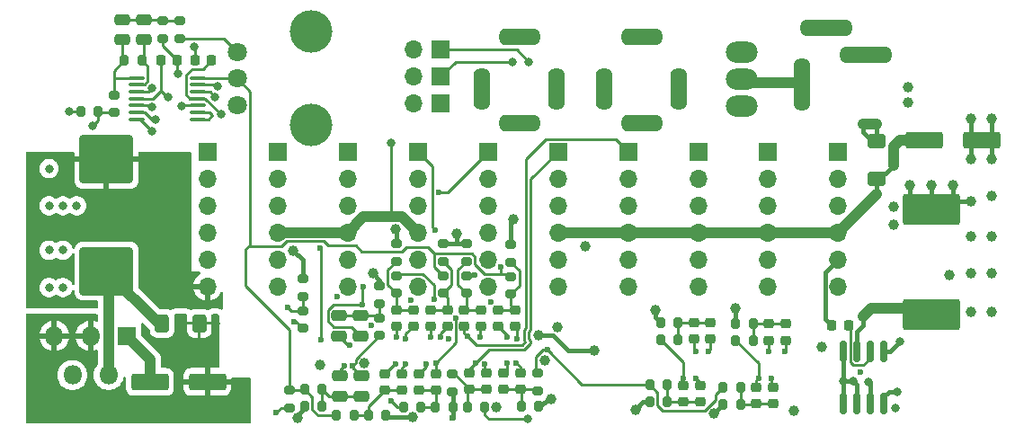
<source format=gbl>
G04 #@! TF.GenerationSoftware,KiCad,Pcbnew,7.0.9-69-ge1c0bddff3*
G04 #@! TF.CreationDate,2024-02-19T13:42:33+01:00*
G04 #@! TF.ProjectId,ASP_Backplane,4153505f-4261-4636-9b70-6c616e652e6b,B*
G04 #@! TF.SameCoordinates,Original*
G04 #@! TF.FileFunction,Copper,L4,Bot*
G04 #@! TF.FilePolarity,Positive*
%FSLAX46Y46*%
G04 Gerber Fmt 4.6, Leading zero omitted, Abs format (unit mm)*
G04 Created by KiCad (PCBNEW 7.0.9-69-ge1c0bddff3) date 2024-02-19 13:42:33*
%MOMM*%
%LPD*%
G01*
G04 APERTURE LIST*
G04 Aperture macros list*
%AMRoundRect*
0 Rectangle with rounded corners*
0 $1 Rounding radius*
0 $2 $3 $4 $5 $6 $7 $8 $9 X,Y pos of 4 corners*
0 Add a 4 corners polygon primitive as box body*
4,1,4,$2,$3,$4,$5,$6,$7,$8,$9,$2,$3,0*
0 Add four circle primitives for the rounded corners*
1,1,$1+$1,$2,$3*
1,1,$1+$1,$4,$5*
1,1,$1+$1,$6,$7*
1,1,$1+$1,$8,$9*
0 Add four rect primitives between the rounded corners*
20,1,$1+$1,$2,$3,$4,$5,0*
20,1,$1+$1,$4,$5,$6,$7,0*
20,1,$1+$1,$6,$7,$8,$9,0*
20,1,$1+$1,$8,$9,$2,$3,0*%
G04 Aperture macros list end*
G04 #@! TA.AperFunction,SMDPad,CuDef*
%ADD10RoundRect,0.250000X-0.475000X0.250000X-0.475000X-0.250000X0.475000X-0.250000X0.475000X0.250000X0*%
G04 #@! TD*
G04 #@! TA.AperFunction,ComponentPad*
%ADD11O,4.000000X1.600000*%
G04 #@! TD*
G04 #@! TA.AperFunction,ComponentPad*
%ADD12O,1.600000X4.000000*%
G04 #@! TD*
G04 #@! TA.AperFunction,SMDPad,CuDef*
%ADD13RoundRect,0.250000X-1.500000X-0.550000X1.500000X-0.550000X1.500000X0.550000X-1.500000X0.550000X0*%
G04 #@! TD*
G04 #@! TA.AperFunction,ComponentPad*
%ADD14R,1.700000X1.700000*%
G04 #@! TD*
G04 #@! TA.AperFunction,ComponentPad*
%ADD15O,1.700000X1.700000*%
G04 #@! TD*
G04 #@! TA.AperFunction,SMDPad,CuDef*
%ADD16RoundRect,0.225000X0.225000X0.250000X-0.225000X0.250000X-0.225000X-0.250000X0.225000X-0.250000X0*%
G04 #@! TD*
G04 #@! TA.AperFunction,ComponentPad*
%ADD17O,1.800000X1.800000*%
G04 #@! TD*
G04 #@! TA.AperFunction,ComponentPad*
%ADD18R,1.800000X1.800000*%
G04 #@! TD*
G04 #@! TA.AperFunction,SMDPad,CuDef*
%ADD19RoundRect,0.150000X-0.150000X0.825000X-0.150000X-0.825000X0.150000X-0.825000X0.150000X0.825000X0*%
G04 #@! TD*
G04 #@! TA.AperFunction,SMDPad,CuDef*
%ADD20RoundRect,0.200000X-0.200000X-0.275000X0.200000X-0.275000X0.200000X0.275000X-0.200000X0.275000X0*%
G04 #@! TD*
G04 #@! TA.AperFunction,SMDPad,CuDef*
%ADD21RoundRect,0.225000X0.250000X-0.225000X0.250000X0.225000X-0.250000X0.225000X-0.250000X-0.225000X0*%
G04 #@! TD*
G04 #@! TA.AperFunction,SMDPad,CuDef*
%ADD22RoundRect,0.200000X-0.275000X0.200000X-0.275000X-0.200000X0.275000X-0.200000X0.275000X0.200000X0*%
G04 #@! TD*
G04 #@! TA.AperFunction,SMDPad,CuDef*
%ADD23RoundRect,0.225000X-0.250000X0.225000X-0.250000X-0.225000X0.250000X-0.225000X0.250000X0.225000X0*%
G04 #@! TD*
G04 #@! TA.AperFunction,SMDPad,CuDef*
%ADD24RoundRect,0.250000X-0.400000X-0.600000X0.400000X-0.600000X0.400000X0.600000X-0.400000X0.600000X0*%
G04 #@! TD*
G04 #@! TA.AperFunction,ComponentPad*
%ADD25O,1.600000X5.000000*%
G04 #@! TD*
G04 #@! TA.AperFunction,ComponentPad*
%ADD26O,5.000000X1.600000*%
G04 #@! TD*
G04 #@! TA.AperFunction,SMDPad,CuDef*
%ADD27RoundRect,0.200000X0.275000X-0.200000X0.275000X0.200000X-0.275000X0.200000X-0.275000X-0.200000X0*%
G04 #@! TD*
G04 #@! TA.AperFunction,SMDPad,CuDef*
%ADD28RoundRect,0.200000X0.200000X0.275000X-0.200000X0.275000X-0.200000X-0.275000X0.200000X-0.275000X0*%
G04 #@! TD*
G04 #@! TA.AperFunction,SMDPad,CuDef*
%ADD29RoundRect,0.250000X0.475000X-0.250000X0.475000X0.250000X-0.475000X0.250000X-0.475000X-0.250000X0*%
G04 #@! TD*
G04 #@! TA.AperFunction,SMDPad,CuDef*
%ADD30RoundRect,0.100000X0.637500X0.100000X-0.637500X0.100000X-0.637500X-0.100000X0.637500X-0.100000X0*%
G04 #@! TD*
G04 #@! TA.AperFunction,WasherPad*
%ADD31C,4.000000*%
G04 #@! TD*
G04 #@! TA.AperFunction,ComponentPad*
%ADD32C,1.800000*%
G04 #@! TD*
G04 #@! TA.AperFunction,SMDPad,CuDef*
%ADD33RoundRect,0.250000X0.600000X-0.400000X0.600000X0.400000X-0.600000X0.400000X-0.600000X-0.400000X0*%
G04 #@! TD*
G04 #@! TA.AperFunction,ComponentPad*
%ADD34O,3.000000X2.000000*%
G04 #@! TD*
G04 #@! TA.AperFunction,SMDPad,CuDef*
%ADD35RoundRect,0.250000X2.450000X-1.200000X2.450000X1.200000X-2.450000X1.200000X-2.450000X-1.200000X0*%
G04 #@! TD*
G04 #@! TA.AperFunction,SMDPad,CuDef*
%ADD36RoundRect,0.250000X2.250000X-2.000000X2.250000X2.000000X-2.250000X2.000000X-2.250000X-2.000000X0*%
G04 #@! TD*
G04 #@! TA.AperFunction,ViaPad*
%ADD37C,0.600000*%
G04 #@! TD*
G04 #@! TA.AperFunction,ViaPad*
%ADD38C,1.000000*%
G04 #@! TD*
G04 #@! TA.AperFunction,ViaPad*
%ADD39C,0.800000*%
G04 #@! TD*
G04 #@! TA.AperFunction,Conductor*
%ADD40C,0.250000*%
G04 #@! TD*
G04 #@! TA.AperFunction,Conductor*
%ADD41C,0.400000*%
G04 #@! TD*
G04 #@! TA.AperFunction,Conductor*
%ADD42C,1.000000*%
G04 #@! TD*
G04 APERTURE END LIST*
D10*
G04 #@! TO.P,C67,1*
G04 #@! TO.N,Net-(C57-Pad1)*
X73900000Y-155450000D03*
G04 #@! TO.P,C67,2*
G04 #@! TO.N,Net-(U8A--)*
X73900000Y-157350000D03*
G04 #@! TD*
D11*
G04 #@! TO.P,J3,2*
G04 #@! TO.N,Net-(J2-Pad2)*
X102400000Y-137300000D03*
D12*
G04 #@! TO.P,J3,4*
G04 #@! TO.N,unconnected-(J3-Pad4)*
X98900000Y-134100000D03*
G04 #@! TO.P,J3,1*
G04 #@! TO.N,GND*
X105900000Y-134100000D03*
D11*
G04 #@! TO.P,J3,5*
G04 #@! TO.N,Net-(J2-Pad5)*
X102400000Y-129200000D03*
G04 #@! TD*
G04 #@! TO.P,J2,2*
G04 #@! TO.N,Net-(J2-Pad2)*
X90900000Y-137300000D03*
D12*
G04 #@! TO.P,J2,4*
G04 #@! TO.N,unconnected-(J2-Pad4)*
X87400000Y-134100000D03*
G04 #@! TO.P,J2,1*
G04 #@! TO.N,GND*
X94400000Y-134100000D03*
D11*
G04 #@! TO.P,J2,5*
G04 #@! TO.N,Net-(J2-Pad5)*
X90900000Y-129200000D03*
G04 #@! TD*
D13*
G04 #@! TO.P,C3,1*
G04 #@! TO.N,+12V*
X129000000Y-138900000D03*
G04 #@! TO.P,C3,2*
G04 #@! TO.N,GND*
X134400000Y-138900000D03*
G04 #@! TD*
D14*
G04 #@! TO.P,J10,1,Pin_1*
G04 #@! TO.N,Net-(J10-Pin_1)*
X81325000Y-140000000D03*
D15*
G04 #@! TO.P,J10,2,Pin_2*
G04 #@! TO.N,GND*
X81325000Y-142540000D03*
G04 #@! TO.P,J10,3,Pin_3*
G04 #@! TO.N,unconnected-(J10-Pin_3-Pad3)*
X81325000Y-145080000D03*
G04 #@! TO.P,J10,4,Pin_4*
G04 #@! TO.N,+12V*
X81325000Y-147620000D03*
G04 #@! TO.P,J10,5,Pin_5*
G04 #@! TO.N,-10V*
X81325000Y-150160000D03*
G04 #@! TO.P,J10,6,Pin_6*
G04 #@! TO.N,+5V*
X81325000Y-152700000D03*
G04 #@! TD*
D14*
G04 #@! TO.P,J9,1,Pin_1*
G04 #@! TO.N,Net-(J9-Pin_1)*
X87925000Y-140000000D03*
D15*
G04 #@! TO.P,J9,2,Pin_2*
G04 #@! TO.N,GND*
X87925000Y-142540000D03*
G04 #@! TO.P,J9,3,Pin_3*
G04 #@! TO.N,unconnected-(J9-Pin_3-Pad3)*
X87925000Y-145080000D03*
G04 #@! TO.P,J9,4,Pin_4*
G04 #@! TO.N,+12V*
X87925000Y-147620000D03*
G04 #@! TO.P,J9,5,Pin_5*
G04 #@! TO.N,-10V*
X87925000Y-150160000D03*
G04 #@! TO.P,J9,6,Pin_6*
G04 #@! TO.N,+5V*
X87925000Y-152700000D03*
G04 #@! TD*
D14*
G04 #@! TO.P,J7,1,Pin_1*
G04 #@! TO.N,Net-(J7-Pin_1)*
X101125000Y-140000000D03*
D15*
G04 #@! TO.P,J7,2,Pin_2*
G04 #@! TO.N,GND*
X101125000Y-142540000D03*
G04 #@! TO.P,J7,3,Pin_3*
G04 #@! TO.N,unconnected-(J7-Pin_3-Pad3)*
X101125000Y-145080000D03*
G04 #@! TO.P,J7,4,Pin_4*
G04 #@! TO.N,+12V*
X101125000Y-147620000D03*
G04 #@! TO.P,J7,5,Pin_5*
G04 #@! TO.N,-10V*
X101125000Y-150160000D03*
G04 #@! TO.P,J7,6,Pin_6*
G04 #@! TO.N,+5V*
X101125000Y-152700000D03*
G04 #@! TD*
D14*
G04 #@! TO.P,J12,1,Pin_1*
G04 #@! TO.N,Net-(J12-Pin_1)*
X68125000Y-140000000D03*
D15*
G04 #@! TO.P,J12,2,Pin_2*
G04 #@! TO.N,GND*
X68125000Y-142540000D03*
G04 #@! TO.P,J12,3,Pin_3*
G04 #@! TO.N,unconnected-(J12-Pin_3-Pad3)*
X68125000Y-145080000D03*
G04 #@! TO.P,J12,4,Pin_4*
G04 #@! TO.N,+12V*
X68125000Y-147620000D03*
G04 #@! TO.P,J12,5,Pin_5*
G04 #@! TO.N,-10V*
X68125000Y-150160000D03*
G04 #@! TO.P,J12,6,Pin_6*
G04 #@! TO.N,+5V*
X68125000Y-152700000D03*
G04 #@! TD*
D14*
G04 #@! TO.P,J13,1,Pin_1*
G04 #@! TO.N,Net-(J13-Pin_1)*
X61525000Y-140000000D03*
D15*
G04 #@! TO.P,J13,2,Pin_2*
G04 #@! TO.N,GND*
X61525000Y-142540000D03*
G04 #@! TO.P,J13,3,Pin_3*
G04 #@! TO.N,unconnected-(J13-Pin_3-Pad3)*
X61525000Y-145080000D03*
G04 #@! TO.P,J13,4,Pin_4*
G04 #@! TO.N,+12V*
X61525000Y-147620000D03*
G04 #@! TO.P,J13,5,Pin_5*
G04 #@! TO.N,-10V*
X61525000Y-150160000D03*
G04 #@! TO.P,J13,6,Pin_6*
G04 #@! TO.N,+5V*
X61525000Y-152700000D03*
G04 #@! TD*
D14*
G04 #@! TO.P,J6,1,Pin_1*
G04 #@! TO.N,Net-(J6-Pin_1)*
X107725000Y-140000000D03*
D15*
G04 #@! TO.P,J6,2,Pin_2*
G04 #@! TO.N,GND*
X107725000Y-142540000D03*
G04 #@! TO.P,J6,3,Pin_3*
G04 #@! TO.N,unconnected-(J6-Pin_3-Pad3)*
X107725000Y-145080000D03*
G04 #@! TO.P,J6,4,Pin_4*
G04 #@! TO.N,+12V*
X107725000Y-147620000D03*
G04 #@! TO.P,J6,5,Pin_5*
G04 #@! TO.N,-10V*
X107725000Y-150160000D03*
G04 #@! TO.P,J6,6,Pin_6*
G04 #@! TO.N,+5V*
X107725000Y-152700000D03*
G04 #@! TD*
D14*
G04 #@! TO.P,J11,1,Pin_1*
G04 #@! TO.N,Net-(J11-Pin_1)*
X74725000Y-140000000D03*
D15*
G04 #@! TO.P,J11,2,Pin_2*
G04 #@! TO.N,GND*
X74725000Y-142540000D03*
G04 #@! TO.P,J11,3,Pin_3*
G04 #@! TO.N,unconnected-(J11-Pin_3-Pad3)*
X74725000Y-145080000D03*
G04 #@! TO.P,J11,4,Pin_4*
G04 #@! TO.N,+12V*
X74725000Y-147620000D03*
G04 #@! TO.P,J11,5,Pin_5*
G04 #@! TO.N,-10V*
X74725000Y-150160000D03*
G04 #@! TO.P,J11,6,Pin_6*
G04 #@! TO.N,+5V*
X74725000Y-152700000D03*
G04 #@! TD*
D14*
G04 #@! TO.P,J5,1,Pin_1*
G04 #@! TO.N,Net-(J5-Pin_1)*
X114325000Y-140000000D03*
D15*
G04 #@! TO.P,J5,2,Pin_2*
G04 #@! TO.N,GND*
X114325000Y-142540000D03*
G04 #@! TO.P,J5,3,Pin_3*
G04 #@! TO.N,unconnected-(J5-Pin_3-Pad3)*
X114325000Y-145080000D03*
G04 #@! TO.P,J5,4,Pin_4*
G04 #@! TO.N,+12V*
X114325000Y-147620000D03*
G04 #@! TO.P,J5,5,Pin_5*
G04 #@! TO.N,-10V*
X114325000Y-150160000D03*
G04 #@! TO.P,J5,6,Pin_6*
G04 #@! TO.N,+5V*
X114325000Y-152700000D03*
G04 #@! TD*
D14*
G04 #@! TO.P,J8,1,Pin_1*
G04 #@! TO.N,Net-(J8-Pin_1)*
X94525000Y-140000000D03*
D15*
G04 #@! TO.P,J8,2,Pin_2*
G04 #@! TO.N,GND*
X94525000Y-142540000D03*
G04 #@! TO.P,J8,3,Pin_3*
G04 #@! TO.N,unconnected-(J8-Pin_3-Pad3)*
X94525000Y-145080000D03*
G04 #@! TO.P,J8,4,Pin_4*
G04 #@! TO.N,+12V*
X94525000Y-147620000D03*
G04 #@! TO.P,J8,5,Pin_5*
G04 #@! TO.N,-10V*
X94525000Y-150160000D03*
G04 #@! TO.P,J8,6,Pin_6*
G04 #@! TO.N,+5V*
X94525000Y-152700000D03*
G04 #@! TD*
D16*
G04 #@! TO.P,C24,1*
G04 #@! TO.N,+12V*
X61875000Y-131400000D03*
G04 #@! TO.P,C24,2*
G04 #@! TO.N,GND*
X60325000Y-131400000D03*
G04 #@! TD*
D14*
G04 #@! TO.P,J4,1,Pin_1*
G04 #@! TO.N,Net-(J4-Pin_1)*
X120925000Y-140000000D03*
D15*
G04 #@! TO.P,J4,2,Pin_2*
G04 #@! TO.N,GND*
X120925000Y-142540000D03*
G04 #@! TO.P,J4,3,Pin_3*
G04 #@! TO.N,unconnected-(J4-Pin_3-Pad3)*
X120925000Y-145080000D03*
G04 #@! TO.P,J4,4,Pin_4*
G04 #@! TO.N,+12V*
X120925000Y-147620000D03*
G04 #@! TO.P,J4,5,Pin_5*
G04 #@! TO.N,-10V*
X120925000Y-150160000D03*
G04 #@! TO.P,J4,6,Pin_6*
G04 #@! TO.N,+5V*
X120925000Y-152700000D03*
G04 #@! TD*
D17*
G04 #@! TO.P,U3,5,~{ON}/OFF*
G04 #@! TO.N,GND*
X47100000Y-157350000D03*
G04 #@! TO.P,U3,4,FB*
G04 #@! TO.N,Net-(U3-FB)*
X48800000Y-161050000D03*
G04 #@! TO.P,U3,3,GND*
G04 #@! TO.N,GND*
X50500000Y-157350000D03*
G04 #@! TO.P,U3,2,OUT*
G04 #@! TO.N,Net-(D2-K)*
X52200000Y-161050000D03*
D18*
G04 #@! TO.P,U3,1,VIN*
G04 #@! TO.N,+12V*
X53900000Y-157350000D03*
G04 #@! TD*
D19*
G04 #@! TO.P,U2,8,DC*
G04 #@! TO.N,Net-(U2-DC)*
X121395000Y-163775000D03*
G04 #@! TO.P,U2,7,Ipk*
X122665000Y-163775000D03*
G04 #@! TO.P,U2,6,Vin*
G04 #@! TO.N,+12V*
X123935000Y-163775000D03*
G04 #@! TO.P,U2,5,Vfb*
G04 #@! TO.N,Net-(U2-Vfb)*
X125205000Y-163775000D03*
G04 #@! TO.P,U2,4,GND*
G04 #@! TO.N,-10V*
X125205000Y-158825000D03*
G04 #@! TO.P,U2,3,TC*
G04 #@! TO.N,Net-(U2-TC)*
X123935000Y-158825000D03*
G04 #@! TO.P,U2,2,SwE*
G04 #@! TO.N,Net-(D5-K)*
X122665000Y-158825000D03*
G04 #@! TO.P,U2,1,SwC*
G04 #@! TO.N,Net-(U2-DC)*
X121395000Y-158825000D03*
G04 #@! TD*
D20*
G04 #@! TO.P,R27,1*
G04 #@! TO.N,GND*
X103175000Y-163600000D03*
G04 #@! TO.P,R27,2*
G04 #@! TO.N,Net-(C30-Pad1)*
X104825000Y-163600000D03*
G04 #@! TD*
D21*
G04 #@! TO.P,C43,1*
G04 #@! TO.N,Net-(C33-Pad1)*
X91000000Y-162375000D03*
G04 #@! TO.P,C43,2*
G04 #@! TO.N,Net-(C43-Pad2)*
X91000000Y-160825000D03*
G04 #@! TD*
D22*
G04 #@! TO.P,R19,1*
G04 #@! TO.N,Net-(R16-Pad1)*
X90100000Y-151775000D03*
G04 #@! TO.P,R19,2*
G04 #@! TO.N,Net-(C32-Pad1)*
X90100000Y-153425000D03*
G04 #@! TD*
D20*
G04 #@! TO.P,R16,1*
G04 #@! TO.N,Net-(R16-Pad1)*
X110075000Y-162200000D03*
G04 #@! TO.P,R16,2*
G04 #@! TO.N,Net-(C29-Pad1)*
X111725000Y-162200000D03*
G04 #@! TD*
D23*
G04 #@! TO.P,C52,1*
G04 #@! TO.N,Net-(C52-Pad1)*
X85700000Y-154925000D03*
G04 #@! TO.P,C52,2*
G04 #@! TO.N,Net-(J7-Pin_1)*
X85700000Y-156475000D03*
G04 #@! TD*
D20*
G04 #@! TO.P,R17,1*
G04 #@! TO.N,Net-(R16-Pad1)*
X103175000Y-161964166D03*
G04 #@! TO.P,R17,2*
G04 #@! TO.N,Net-(C30-Pad1)*
X104825000Y-161964166D03*
G04 #@! TD*
G04 #@! TO.P,R24,1*
G04 #@! TO.N,Net-(R16-Pad1)*
X70675000Y-162400000D03*
G04 #@! TO.P,R24,2*
G04 #@! TO.N,Net-(C37-Pad1)*
X72325000Y-162400000D03*
G04 #@! TD*
D23*
G04 #@! TO.P,C62,1*
G04 #@! TO.N,Net-(C52-Pad1)*
X87300000Y-154925000D03*
G04 #@! TO.P,C62,2*
G04 #@! TO.N,Net-(U10B--)*
X87300000Y-156475000D03*
G04 #@! TD*
D24*
G04 #@! TO.P,D2,1,K*
G04 #@! TO.N,Net-(D2-K)*
X57250000Y-156200000D03*
G04 #@! TO.P,D2,2,A*
G04 #@! TO.N,GND*
X60750000Y-156200000D03*
G04 #@! TD*
D21*
G04 #@! TO.P,C35,1*
G04 #@! TO.N,Net-(C35-Pad1)*
X79800000Y-162475000D03*
G04 #@! TO.P,C35,2*
G04 #@! TO.N,Net-(U9C--)*
X79800000Y-160925000D03*
G04 #@! TD*
D20*
G04 #@! TO.P,R57,1*
G04 #@! TO.N,GND*
X104175000Y-156100000D03*
G04 #@! TO.P,R57,2*
G04 #@! TO.N,Net-(C50-Pad1)*
X105825000Y-156100000D03*
G04 #@! TD*
D22*
G04 #@! TO.P,R63,1*
G04 #@! TO.N,GND*
X70500000Y-151975000D03*
G04 #@! TO.P,R63,2*
G04 #@! TO.N,Net-(C56-Pad1)*
X70500000Y-153625000D03*
G04 #@! TD*
G04 #@! TO.P,R49,1*
G04 #@! TO.N,Net-(C42-Pad2)*
X85900000Y-151675000D03*
G04 #@! TO.P,R49,2*
G04 #@! TO.N,Net-(C52-Pad1)*
X85900000Y-153325000D03*
G04 #@! TD*
G04 #@! TO.P,R55,1*
G04 #@! TO.N,Net-(C48-Pad2)*
X52700000Y-134675000D03*
G04 #@! TO.P,R55,2*
G04 #@! TO.N,Net-(C58-Pad1)*
X52700000Y-136325000D03*
G04 #@! TD*
D21*
G04 #@! TO.P,C30,1*
G04 #@! TO.N,Net-(C30-Pad1)*
X107900000Y-163575000D03*
G04 #@! TO.P,C30,2*
G04 #@! TO.N,Net-(U6A--)*
X107900000Y-162025000D03*
G04 #@! TD*
D25*
G04 #@! TO.P,J1,1*
G04 #@! TO.N,Net-(SW1-B)*
X117500000Y-133650000D03*
D26*
G04 #@! TO.P,J1,2*
G04 #@! TO.N,GND*
X119800000Y-128350000D03*
G04 #@! TO.P,J1,3*
G04 #@! TO.N,unconnected-(J1-Pad3)*
X123500000Y-130850000D03*
G04 #@! TD*
D20*
G04 #@! TO.P,R46,1*
G04 #@! TO.N,Net-(C39-Pad2)*
X111275000Y-157800000D03*
G04 #@! TO.P,R46,2*
G04 #@! TO.N,Net-(C49-Pad1)*
X112925000Y-157800000D03*
G04 #@! TD*
D27*
G04 #@! TO.P,R35,1*
G04 #@! TO.N,GND*
X57300000Y-129325000D03*
G04 #@! TO.P,R35,2*
G04 #@! TO.N,Net-(C38-Pad1)*
X57300000Y-127675000D03*
G04 #@! TD*
D28*
G04 #@! TO.P,R62,1*
G04 #@! TO.N,GND*
X84625000Y-164100000D03*
G04 #@! TO.P,R62,2*
G04 #@! TO.N,Net-(C55-Pad1)*
X82975000Y-164100000D03*
G04 #@! TD*
G04 #@! TO.P,R30,1*
G04 #@! TO.N,GND*
X92725000Y-164000000D03*
G04 #@! TO.P,R30,2*
G04 #@! TO.N,Net-(C33-Pad1)*
X91075000Y-164000000D03*
G04 #@! TD*
D23*
G04 #@! TO.P,C42,1*
G04 #@! TO.N,Net-(C32-Pad1)*
X90500000Y-154925000D03*
G04 #@! TO.P,C42,2*
G04 #@! TO.N,Net-(C42-Pad2)*
X90500000Y-156475000D03*
G04 #@! TD*
D28*
G04 #@! TO.P,R45,1*
G04 #@! TO.N,Net-(U4D--)*
X55325000Y-131400000D03*
G04 #@! TO.P,R45,2*
G04 #@! TO.N,Net-(C48-Pad2)*
X53675000Y-131400000D03*
G04 #@! TD*
G04 #@! TO.P,R32,1*
G04 #@! TO.N,GND*
X78325000Y-164800000D03*
G04 #@! TO.P,R32,2*
G04 #@! TO.N,Net-(C35-Pad1)*
X76675000Y-164800000D03*
G04 #@! TD*
D27*
G04 #@! TO.P,R53,1*
G04 #@! TO.N,Net-(C46-Pad2)*
X70500000Y-156625000D03*
G04 #@! TO.P,R53,2*
G04 #@! TO.N,Net-(C56-Pad1)*
X70500000Y-154975000D03*
G04 #@! TD*
D22*
G04 #@! TO.P,R20,1*
G04 #@! TO.N,Net-(R16-Pad1)*
X92600000Y-160875000D03*
G04 #@! TO.P,R20,2*
G04 #@! TO.N,Net-(C33-Pad1)*
X92600000Y-162525000D03*
G04 #@! TD*
D20*
G04 #@! TO.P,R34,1*
G04 #@! TO.N,GND*
X70675000Y-164000000D03*
G04 #@! TO.P,R34,2*
G04 #@! TO.N,Net-(C37-Pad1)*
X72325000Y-164000000D03*
G04 #@! TD*
D22*
G04 #@! TO.P,R31,1*
G04 #@! TO.N,GND*
X83700000Y-148675000D03*
G04 #@! TO.P,R31,2*
G04 #@! TO.N,Net-(C34-Pad1)*
X83700000Y-150325000D03*
G04 #@! TD*
D29*
G04 #@! TO.P,C37,1*
G04 #@! TO.N,Net-(C37-Pad1)*
X74000000Y-163050000D03*
G04 #@! TO.P,C37,2*
G04 #@! TO.N,Net-(U8D--)*
X74000000Y-161150000D03*
G04 #@! TD*
D30*
G04 #@! TO.P,U4,1*
G04 #@! TO.N,Net-(R16-Pad1)*
X60562500Y-133050000D03*
G04 #@! TO.P,U4,2,-*
G04 #@! TO.N,Net-(D4-C)*
X60562500Y-133700000D03*
G04 #@! TO.P,U4,3,+*
G04 #@! TO.N,GND*
X60562500Y-134350000D03*
G04 #@! TO.P,U4,4,V+*
G04 #@! TO.N,+12V*
X60562500Y-135000000D03*
G04 #@! TO.P,U4,5,+*
G04 #@! TO.N,Net-(U4B-+)*
X60562500Y-135650000D03*
G04 #@! TO.P,U4,6,-*
G04 #@! TO.N,Net-(U4B--)*
X60562500Y-136300000D03*
G04 #@! TO.P,U4,7*
X60562500Y-136950000D03*
G04 #@! TO.P,U4,8*
G04 #@! TO.N,Net-(J13-Pin_1)*
X54837500Y-136950000D03*
G04 #@! TO.P,U4,9,-*
G04 #@! TO.N,Net-(U4C--)*
X54837500Y-136300000D03*
G04 #@! TO.P,U4,10,+*
G04 #@! TO.N,GND*
X54837500Y-135650000D03*
G04 #@! TO.P,U4,11,V-*
G04 #@! TO.N,-10V*
X54837500Y-135000000D03*
G04 #@! TO.P,U4,12,+*
G04 #@! TO.N,GND*
X54837500Y-134350000D03*
G04 #@! TO.P,U4,13,-*
G04 #@! TO.N,Net-(U4D--)*
X54837500Y-133700000D03*
G04 #@! TO.P,U4,14*
G04 #@! TO.N,Net-(C48-Pad2)*
X54837500Y-133050000D03*
G04 #@! TD*
D23*
G04 #@! TO.P,C54,1*
G04 #@! TO.N,Net-(C54-Pad1)*
X79300000Y-154925000D03*
G04 #@! TO.P,C54,2*
G04 #@! TO.N,Net-(J9-Pin_1)*
X79300000Y-156475000D03*
G04 #@! TD*
D10*
G04 #@! TO.P,C48,1*
G04 #@! TO.N,Net-(C38-Pad1)*
X53500000Y-127550000D03*
G04 #@! TO.P,C48,2*
G04 #@! TO.N,Net-(C48-Pad2)*
X53500000Y-129450000D03*
G04 #@! TD*
D20*
G04 #@! TO.P,R26,1*
G04 #@! TO.N,GND*
X110075000Y-163800000D03*
G04 #@! TO.P,R26,2*
G04 #@! TO.N,Net-(C29-Pad1)*
X111725000Y-163800000D03*
G04 #@! TD*
D22*
G04 #@! TO.P,R64,1*
G04 #@! TO.N,GND*
X77700000Y-152675000D03*
G04 #@! TO.P,R64,2*
G04 #@! TO.N,Net-(C57-Pad1)*
X77700000Y-154325000D03*
G04 #@! TD*
D31*
G04 #@! TO.P,RV1,*
G04 #@! TO.N,*
X71300000Y-128700000D03*
X71300000Y-137500000D03*
D32*
G04 #@! TO.P,RV1,1,1*
G04 #@! TO.N,Net-(R16-Pad1)*
X64300000Y-130600000D03*
G04 #@! TO.P,RV1,2,2*
X64300000Y-133100000D03*
G04 #@! TO.P,RV1,3,3*
G04 #@! TO.N,Net-(R14-Pad2)*
X64300000Y-135600000D03*
G04 #@! TD*
D22*
G04 #@! TO.P,R29,1*
G04 #@! TO.N,GND*
X90100000Y-148775000D03*
G04 #@! TO.P,R29,2*
G04 #@! TO.N,Net-(C32-Pad1)*
X90100000Y-150425000D03*
G04 #@! TD*
D33*
G04 #@! TO.P,D3,1,K*
G04 #@! TO.N,+12V*
X124500000Y-142550000D03*
G04 #@! TO.P,D3,2,A*
G04 #@! TO.N,Net-(D1-K)*
X124500000Y-139050000D03*
G04 #@! TD*
D16*
G04 #@! TO.P,C5,1*
G04 #@! TO.N,Net-(U2-TC)*
X121875000Y-156400000D03*
G04 #@! TO.P,C5,2*
G04 #@! TO.N,-10V*
X120325000Y-156400000D03*
G04 #@! TD*
G04 #@! TO.P,C25,1*
G04 #@! TO.N,GND*
X58675000Y-131400000D03*
G04 #@! TO.P,C25,2*
G04 #@! TO.N,-10V*
X57125000Y-131400000D03*
G04 #@! TD*
D22*
G04 #@! TO.P,R51,1*
G04 #@! TO.N,Net-(C44-Pad2)*
X79300000Y-151675000D03*
G04 #@! TO.P,R51,2*
G04 #@! TO.N,Net-(C54-Pad1)*
X79300000Y-153325000D03*
G04 #@! TD*
D23*
G04 #@! TO.P,C50,1*
G04 #@! TO.N,Net-(C50-Pad1)*
X107300000Y-156125000D03*
G04 #@! TO.P,C50,2*
G04 #@! TO.N,Net-(J5-Pin_1)*
X107300000Y-157675000D03*
G04 #@! TD*
D10*
G04 #@! TO.P,C38,1*
G04 #@! TO.N,Net-(C38-Pad1)*
X55500000Y-127550000D03*
G04 #@! TO.P,C38,2*
G04 #@! TO.N,Net-(U4D--)*
X55500000Y-129450000D03*
G04 #@! TD*
D20*
G04 #@! TO.P,R47,1*
G04 #@! TO.N,Net-(C40-Pad2)*
X104175000Y-157700000D03*
G04 #@! TO.P,R47,2*
G04 #@! TO.N,Net-(C50-Pad1)*
X105825000Y-157700000D03*
G04 #@! TD*
D21*
G04 #@! TO.P,C65,1*
G04 #@! TO.N,Net-(C55-Pad1)*
X81400000Y-162475000D03*
G04 #@! TO.P,C65,2*
G04 #@! TO.N,Net-(U9D--)*
X81400000Y-160925000D03*
G04 #@! TD*
D14*
G04 #@! TO.P,JP3,1,A*
G04 #@! TO.N,Net-(JP3-A)*
X83475000Y-132960000D03*
D15*
G04 #@! TO.P,JP3,2,B*
G04 #@! TO.N,Net-(D4-C)*
X80935000Y-132960000D03*
G04 #@! TD*
D27*
G04 #@! TO.P,R25,1*
G04 #@! TO.N,Net-(R16-Pad1)*
X58900000Y-129325000D03*
G04 #@! TO.P,R25,2*
G04 #@! TO.N,Net-(C38-Pad1)*
X58900000Y-127675000D03*
G04 #@! TD*
D20*
G04 #@! TO.P,R22,1*
G04 #@! TO.N,Net-(R16-Pad1)*
X73675000Y-164800000D03*
G04 #@! TO.P,R22,2*
G04 #@! TO.N,Net-(C35-Pad1)*
X75325000Y-164800000D03*
G04 #@! TD*
D21*
G04 #@! TO.P,C33,1*
G04 #@! TO.N,Net-(C33-Pad1)*
X89400000Y-162375000D03*
G04 #@! TO.P,C33,2*
G04 #@! TO.N,Net-(U10D--)*
X89400000Y-160825000D03*
G04 #@! TD*
D29*
G04 #@! TO.P,C47,1*
G04 #@! TO.N,Net-(C37-Pad1)*
X76000000Y-163050000D03*
G04 #@! TO.P,C47,2*
G04 #@! TO.N,Net-(C47-Pad2)*
X76000000Y-161150000D03*
G04 #@! TD*
D21*
G04 #@! TO.P,C39,1*
G04 #@! TO.N,Net-(C29-Pad1)*
X113200000Y-163775000D03*
G04 #@! TO.P,C39,2*
G04 #@! TO.N,Net-(C39-Pad2)*
X113200000Y-162225000D03*
G04 #@! TD*
D20*
G04 #@! TO.P,R52,1*
G04 #@! TO.N,Net-(C45-Pad2)*
X79975000Y-164100000D03*
G04 #@! TO.P,R52,2*
G04 #@! TO.N,Net-(C55-Pad1)*
X81625000Y-164100000D03*
G04 #@! TD*
D23*
G04 #@! TO.P,C59,1*
G04 #@! TO.N,Net-(C49-Pad1)*
X116000000Y-156225000D03*
G04 #@! TO.P,C59,2*
G04 #@! TO.N,Net-(U5B--)*
X116000000Y-157775000D03*
G04 #@! TD*
G04 #@! TO.P,C49,1*
G04 #@! TO.N,Net-(C49-Pad1)*
X114400000Y-156225000D03*
G04 #@! TO.P,C49,2*
G04 #@! TO.N,Net-(J4-Pin_1)*
X114400000Y-157775000D03*
G04 #@! TD*
D27*
G04 #@! TO.P,R54,1*
G04 #@! TO.N,Net-(C47-Pad2)*
X77700000Y-157325000D03*
G04 #@! TO.P,R54,2*
G04 #@! TO.N,Net-(C57-Pad1)*
X77700000Y-155675000D03*
G04 #@! TD*
D34*
G04 #@! TO.P,SW1,1,A*
G04 #@! TO.N,Net-(SW1-A)*
X111800000Y-130660000D03*
G04 #@! TO.P,SW1,2,B*
G04 #@! TO.N,Net-(SW1-B)*
X111800000Y-133200000D03*
G04 #@! TO.P,SW1,3,C*
G04 #@! TO.N,unconnected-(SW1-C-Pad3)*
X111800000Y-135740000D03*
G04 #@! TD*
D23*
G04 #@! TO.P,C34,1*
G04 #@! TO.N,Net-(C34-Pad1)*
X82500000Y-154925000D03*
G04 #@! TO.P,C34,2*
G04 #@! TO.N,Net-(U9A--)*
X82500000Y-156475000D03*
G04 #@! TD*
G04 #@! TO.P,C32,1*
G04 #@! TO.N,Net-(C32-Pad1)*
X88900000Y-154925000D03*
G04 #@! TO.P,C32,2*
G04 #@! TO.N,Net-(U10A--)*
X88900000Y-156475000D03*
G04 #@! TD*
D21*
G04 #@! TO.P,C55,1*
G04 #@! TO.N,Net-(C55-Pad1)*
X83000000Y-162475000D03*
G04 #@! TO.P,C55,2*
G04 #@! TO.N,Net-(J10-Pin_1)*
X83000000Y-160925000D03*
G04 #@! TD*
D20*
G04 #@! TO.P,R56,1*
G04 #@! TO.N,GND*
X111275000Y-156200000D03*
G04 #@! TO.P,R56,2*
G04 #@! TO.N,Net-(C49-Pad1)*
X112925000Y-156200000D03*
G04 #@! TD*
D23*
G04 #@! TO.P,C60,1*
G04 #@! TO.N,Net-(C50-Pad1)*
X108900000Y-156125000D03*
G04 #@! TO.P,C60,2*
G04 #@! TO.N,Net-(U6B--)*
X108900000Y-157675000D03*
G04 #@! TD*
D21*
G04 #@! TO.P,C40,1*
G04 #@! TO.N,Net-(C30-Pad1)*
X106300000Y-163575000D03*
G04 #@! TO.P,C40,2*
G04 #@! TO.N,Net-(C40-Pad2)*
X106300000Y-162025000D03*
G04 #@! TD*
D23*
G04 #@! TO.P,C44,1*
G04 #@! TO.N,Net-(C34-Pad1)*
X84100000Y-154925000D03*
G04 #@! TO.P,C44,2*
G04 #@! TO.N,Net-(C44-Pad2)*
X84100000Y-156475000D03*
G04 #@! TD*
D28*
G04 #@! TO.P,R50,1*
G04 #@! TO.N,Net-(C43-Pad2)*
X87625000Y-164100000D03*
G04 #@! TO.P,R50,2*
G04 #@! TO.N,Net-(C53-Pad1)*
X85975000Y-164100000D03*
G04 #@! TD*
D20*
G04 #@! TO.P,R65,1*
G04 #@! TO.N,GND*
X49575000Y-136200000D03*
G04 #@! TO.P,R65,2*
G04 #@! TO.N,Net-(C58-Pad1)*
X51225000Y-136200000D03*
G04 #@! TD*
D23*
G04 #@! TO.P,C64,1*
G04 #@! TO.N,Net-(C54-Pad1)*
X80900000Y-154925000D03*
G04 #@! TO.P,C64,2*
G04 #@! TO.N,Net-(U9B--)*
X80900000Y-156475000D03*
G04 #@! TD*
D10*
G04 #@! TO.P,C57,1*
G04 #@! TO.N,Net-(C57-Pad1)*
X75900000Y-155450000D03*
G04 #@! TO.P,C57,2*
G04 #@! TO.N,Net-(J12-Pin_1)*
X75900000Y-157350000D03*
G04 #@! TD*
D35*
G04 #@! TO.P,L1,2,2*
G04 #@! TO.N,GND*
X129700000Y-145450000D03*
G04 #@! TO.P,L1,1,1*
G04 #@! TO.N,Net-(D5-K)*
X129700000Y-155350000D03*
G04 #@! TD*
D36*
G04 #@! TO.P,L3,1,1*
G04 #@! TO.N,Net-(D2-K)*
X52000000Y-151250000D03*
G04 #@! TO.P,L3,2,2*
G04 #@! TO.N,+5V*
X52000000Y-140750000D03*
G04 #@! TD*
D27*
G04 #@! TO.P,R60,1*
G04 #@! TO.N,GND*
X84600000Y-162625000D03*
G04 #@! TO.P,R60,2*
G04 #@! TO.N,Net-(C53-Pad1)*
X84600000Y-160975000D03*
G04 #@! TD*
D21*
G04 #@! TO.P,C29,1*
G04 #@! TO.N,Net-(C29-Pad1)*
X114800000Y-163775000D03*
G04 #@! TO.P,C29,2*
G04 #@! TO.N,Net-(U5A--)*
X114800000Y-162225000D03*
G04 #@! TD*
D13*
G04 #@! TO.P,C1,1*
G04 #@! TO.N,+12V*
X56100000Y-161700000D03*
G04 #@! TO.P,C1,2*
G04 #@! TO.N,GND*
X61500000Y-161700000D03*
G04 #@! TD*
D22*
G04 #@! TO.P,R21,1*
G04 #@! TO.N,Net-(R16-Pad1)*
X83700000Y-151675000D03*
G04 #@! TO.P,R21,2*
G04 #@! TO.N,Net-(C34-Pad1)*
X83700000Y-153325000D03*
G04 #@! TD*
G04 #@! TO.P,R59,1*
G04 #@! TO.N,GND*
X85900000Y-148675000D03*
G04 #@! TO.P,R59,2*
G04 #@! TO.N,Net-(C52-Pad1)*
X85900000Y-150325000D03*
G04 #@! TD*
D21*
G04 #@! TO.P,C45,1*
G04 #@! TO.N,Net-(C35-Pad1)*
X78200000Y-162475000D03*
G04 #@! TO.P,C45,2*
G04 #@! TO.N,Net-(C45-Pad2)*
X78200000Y-160925000D03*
G04 #@! TD*
D14*
G04 #@! TO.P,JP2,1,A*
G04 #@! TO.N,Net-(JP2-A)*
X83475000Y-135500000D03*
D15*
G04 #@! TO.P,JP2,2,B*
G04 #@! TO.N,Net-(D4-C)*
X80935000Y-135500000D03*
G04 #@! TD*
D14*
G04 #@! TO.P,JP1,1,A*
G04 #@! TO.N,Net-(JP1-A)*
X83475000Y-130420000D03*
D15*
G04 #@! TO.P,JP1,2,B*
G04 #@! TO.N,Net-(D4-C)*
X80935000Y-130420000D03*
G04 #@! TD*
D22*
G04 #@! TO.P,R61,1*
G04 #@! TO.N,GND*
X79300000Y-148675000D03*
G04 #@! TO.P,R61,2*
G04 #@! TO.N,Net-(C54-Pad1)*
X79300000Y-150325000D03*
G04 #@! TD*
G04 #@! TO.P,R23,1*
G04 #@! TO.N,Net-(R16-Pad1)*
X69200000Y-162475000D03*
G04 #@! TO.P,R23,2*
G04 #@! TO.N,Net-(C36-Pad1)*
X69200000Y-164125000D03*
G04 #@! TD*
D21*
G04 #@! TO.P,C53,1*
G04 #@! TO.N,Net-(C53-Pad1)*
X86200000Y-162375000D03*
G04 #@! TO.P,C53,2*
G04 #@! TO.N,Net-(J8-Pin_1)*
X86200000Y-160825000D03*
G04 #@! TD*
G04 #@! TO.P,C63,1*
G04 #@! TO.N,Net-(C53-Pad1)*
X87800000Y-162375000D03*
G04 #@! TO.P,C63,2*
G04 #@! TO.N,Net-(U10C--)*
X87800000Y-160825000D03*
G04 #@! TD*
D37*
G04 #@! TO.N,Net-(J12-Pin_1)*
X76074463Y-154450000D03*
D38*
G04 #@! TO.N,+12V*
X126100000Y-141300000D03*
X126100000Y-140100000D03*
G04 #@! TO.N,Net-(D1-K)*
X124500000Y-137400000D03*
X123300000Y-137400000D03*
G04 #@! TO.N,GND*
X127500000Y-135350096D03*
X127500000Y-133900000D03*
X133400000Y-140700000D03*
D39*
X53400000Y-165100000D03*
X44900000Y-165100000D03*
X44900000Y-155800000D03*
X55700000Y-157100000D03*
X59100000Y-156200000D03*
X60800000Y-158000000D03*
X62300000Y-156200000D03*
D38*
X135400000Y-140700000D03*
X135400000Y-155100000D03*
X133400000Y-155100000D03*
X135400000Y-151500000D03*
X133400000Y-151500000D03*
X135400000Y-148000000D03*
X133400000Y-148000000D03*
X133400000Y-144725000D03*
X135400000Y-144200000D03*
X127700000Y-143125000D03*
X129700000Y-143125000D03*
X131700000Y-143125000D03*
X133400000Y-136900000D03*
X135400000Y-136900000D03*
G04 #@! TO.N,-10V*
X131400000Y-151600000D03*
X126100000Y-146900000D03*
X126100000Y-145200000D03*
D37*
X123000000Y-160804000D03*
D39*
X126700000Y-157900000D03*
G04 #@! TO.N,Net-(D5-K)*
X123300000Y-155500000D03*
X124000000Y-154800000D03*
G04 #@! TO.N,Net-(U2-Vfb)*
X126500000Y-162600000D03*
G04 #@! TO.N,GND*
X126300000Y-164200000D03*
G04 #@! TO.N,+12V*
X123800000Y-161700000D03*
G04 #@! TO.N,Net-(U2-DC)*
X122365570Y-161645677D03*
X121400000Y-161600000D03*
G04 #@! TO.N,GND*
X46600000Y-141600000D03*
X46600000Y-152800000D03*
X47900000Y-152800000D03*
X46600000Y-149300000D03*
X47900000Y-149300000D03*
X49200000Y-145100000D03*
X47900000Y-145100000D03*
X46600000Y-145100000D03*
G04 #@! TO.N,+5V*
X56400000Y-150700000D03*
X56391002Y-151708998D03*
X48300000Y-140700000D03*
X56200000Y-142900000D03*
X55900000Y-140800000D03*
X54700000Y-148000000D03*
X53400000Y-148000000D03*
X52000000Y-148000000D03*
X54700000Y-145300000D03*
X53400000Y-145300000D03*
X52000000Y-145300000D03*
G04 #@! TO.N,GND*
X65200000Y-161700000D03*
X65200000Y-165200000D03*
X61600000Y-159400000D03*
X61600000Y-163600000D03*
X58900000Y-160400000D03*
X64400000Y-163400000D03*
G04 #@! TO.N,+12V*
X78800000Y-139200000D03*
G04 #@! TO.N,-10V*
X57799996Y-134900000D03*
G04 #@! TO.N,GND*
X48500000Y-136200000D03*
G04 #@! TO.N,+12V*
X62800000Y-136500000D03*
G04 #@! TO.N,GND*
X62250837Y-134849163D03*
G04 #@! TO.N,Net-(U4B-+)*
X59100000Y-135700000D03*
G04 #@! TO.N,Net-(C58-Pad1)*
X50700000Y-137600000D03*
G04 #@! TO.N,Net-(J13-Pin_1)*
X56300000Y-138100000D03*
G04 #@! TO.N,Net-(U4C--)*
X56600000Y-137000000D03*
G04 #@! TO.N,GND*
X56300000Y-135800000D03*
X60300000Y-130100000D03*
X58700000Y-132700000D03*
X56300000Y-134000000D03*
G04 #@! TO.N,Net-(D4-C)*
X62433190Y-133811055D03*
G04 #@! TO.N,Net-(JP1-A)*
X91800000Y-131600000D03*
G04 #@! TO.N,Net-(JP3-A)*
X90200000Y-131550000D03*
D38*
G04 #@! TO.N,GND*
X90300000Y-146400000D03*
D37*
X84600000Y-165100000D03*
D38*
X103700000Y-154900000D03*
X93249925Y-159688253D03*
X119371170Y-158417170D03*
X94500000Y-156500000D03*
X69619987Y-149324000D03*
D37*
X88172913Y-154154758D03*
D38*
X111200000Y-154800000D03*
X116700000Y-164400000D03*
X80799707Y-165022180D03*
X88724500Y-164100000D03*
X72156427Y-160075000D03*
X101800000Y-164300000D03*
X76300000Y-159950500D03*
X70000000Y-165100000D03*
X109200000Y-164700000D03*
D37*
X76916380Y-156361526D03*
D38*
X93900000Y-163300000D03*
X77100000Y-151500000D03*
X79253971Y-147345987D03*
X85000000Y-147700000D03*
D37*
X84205200Y-157678114D03*
X80700000Y-153975500D03*
D38*
X97100000Y-148900000D03*
D37*
X73700000Y-153700000D03*
D38*
G04 #@! TO.N,+12V*
X92700000Y-157300000D03*
X97928772Y-158743198D03*
D37*
G04 #@! TO.N,Net-(U5A--)*
X114602815Y-161324500D03*
G04 #@! TO.N,Net-(U6A--)*
X107544412Y-161324500D03*
G04 #@! TO.N,Net-(U10A--)*
X89700000Y-157500000D03*
G04 #@! TO.N,Net-(U10D--)*
X89700000Y-159900000D03*
G04 #@! TO.N,Net-(U9A--)*
X82500000Y-157500000D03*
G04 #@! TO.N,Net-(U9C--)*
X80200000Y-160000000D03*
G04 #@! TO.N,Net-(C36-Pad1)*
X68000000Y-164600000D03*
G04 #@! TO.N,Net-(U8D--)*
X74400000Y-160200000D03*
G04 #@! TO.N,Net-(C39-Pad2)*
X113402815Y-161324500D03*
G04 #@! TO.N,Net-(C40-Pad2)*
X106344412Y-161324500D03*
G04 #@! TO.N,Net-(C42-Pad2)*
X86700000Y-151600000D03*
X90701489Y-157600000D03*
G04 #@! TO.N,Net-(C43-Pad2)*
X90600000Y-159900000D03*
D39*
X91700000Y-165200000D03*
D37*
G04 #@! TO.N,Net-(C44-Pad2)*
X83430040Y-157482330D03*
X82837720Y-153905004D03*
G04 #@! TO.N,Net-(C45-Pad2)*
X78766849Y-163488066D03*
X79200000Y-160000000D03*
G04 #@! TO.N,Net-(C46-Pad2)*
X69679000Y-156000000D03*
G04 #@! TO.N,Net-(C47-Pad2)*
X75200000Y-160200000D03*
G04 #@! TO.N,Net-(J4-Pin_1)*
X114400000Y-158800000D03*
G04 #@! TO.N,Net-(J5-Pin_1)*
X107500004Y-158800000D03*
G04 #@! TO.N,Net-(J7-Pin_1)*
X86000000Y-157400000D03*
G04 #@! TO.N,Net-(J8-Pin_1)*
X86800000Y-159900000D03*
G04 #@! TO.N,Net-(J9-Pin_1)*
X79300000Y-157500000D03*
X83300000Y-143800000D03*
G04 #@! TO.N,Net-(J10-Pin_1)*
X84900000Y-155700000D03*
X82925855Y-147390538D03*
X83000000Y-159900000D03*
G04 #@! TO.N,Net-(C56-Pad1)*
X69100000Y-154700000D03*
G04 #@! TO.N,Net-(J11-Pin_1)*
X72077915Y-149093767D03*
X72200000Y-157700000D03*
G04 #@! TO.N,Net-(J12-Pin_1)*
X76200000Y-152700000D03*
G04 #@! TO.N,Net-(U5B--)*
X115900000Y-158800000D03*
G04 #@! TO.N,Net-(U6B--)*
X108700000Y-158800000D03*
G04 #@! TO.N,Net-(U10B--)*
X87200000Y-157500000D03*
G04 #@! TO.N,Net-(U10C--)*
X87600000Y-160000000D03*
G04 #@! TO.N,Net-(U9B--)*
X80200000Y-157600000D03*
G04 #@! TO.N,Net-(U9D--)*
X82100000Y-160000000D03*
G04 #@! TO.N,Net-(U8A--)*
X74893776Y-158201488D03*
G04 #@! TO.N,Net-(R16-Pad1)*
X93500000Y-158690631D03*
X89161395Y-150846202D03*
G04 #@! TD*
D40*
G04 #@! TO.N,Net-(R16-Pad1)*
X96773535Y-161964166D02*
X93500000Y-158690631D01*
X103175000Y-161964166D02*
X96773535Y-161964166D01*
X93081525Y-158690631D02*
X93500000Y-158690631D01*
X92425424Y-160700424D02*
X92425424Y-159346732D01*
X92600000Y-160875000D02*
X92425424Y-160700424D01*
X92425424Y-159346732D02*
X93081525Y-158690631D01*
D41*
G04 #@! TO.N,+12V*
X94027912Y-157300000D02*
X92700000Y-157300000D01*
X95471110Y-158743198D02*
X94027912Y-157300000D01*
X97928772Y-158743198D02*
X95471110Y-158743198D01*
D40*
G04 #@! TO.N,Net-(J12-Pin_1)*
X72850000Y-155945100D02*
X73429900Y-156525000D01*
X75075000Y-156525000D02*
X75900000Y-157350000D01*
X72850000Y-154954900D02*
X72850000Y-155945100D01*
X73354900Y-154450000D02*
X72850000Y-154954900D01*
X73429900Y-156525000D02*
X75075000Y-156525000D01*
X76074463Y-154450000D02*
X73354900Y-154450000D01*
X76074463Y-152825537D02*
X76200000Y-152700000D01*
X76074463Y-154450000D02*
X76074463Y-152825537D01*
X75924419Y-157325581D02*
X75900000Y-157350000D01*
X76200000Y-152886010D02*
X76200000Y-152700000D01*
X76100000Y-157150000D02*
X75900000Y-157350000D01*
D41*
G04 #@! TO.N,GND*
X70675000Y-164125000D02*
X70675000Y-164000000D01*
X70000000Y-164800000D02*
X70675000Y-164125000D01*
X70000000Y-165100000D02*
X70000000Y-164800000D01*
X84625000Y-164100000D02*
X84625000Y-165075000D01*
X84625000Y-165075000D02*
X84600000Y-165100000D01*
X92900000Y-164000000D02*
X93600000Y-163300000D01*
X93600000Y-163300000D02*
X93900000Y-163300000D01*
X92725000Y-164000000D02*
X92900000Y-164000000D01*
D40*
G04 #@! TO.N,Net-(U6B--)*
X108900000Y-157675000D02*
X108900000Y-158600000D01*
X108900000Y-158600000D02*
X108700000Y-158800000D01*
G04 #@! TO.N,Net-(J5-Pin_1)*
X107300000Y-158599996D02*
X107500004Y-158800000D01*
X107300000Y-157675000D02*
X107300000Y-158599996D01*
G04 #@! TO.N,Net-(U5B--)*
X116000000Y-158700000D02*
X115900000Y-158800000D01*
X116000000Y-157775000D02*
X116000000Y-158700000D01*
G04 #@! TO.N,Net-(J4-Pin_1)*
X114400000Y-157775000D02*
X114400000Y-158800000D01*
D41*
G04 #@! TO.N,Net-(U2-Vfb)*
X125700000Y-162600000D02*
X125205000Y-163095000D01*
X125205000Y-163095000D02*
X125205000Y-163775000D01*
X126500000Y-162600000D02*
X125700000Y-162600000D01*
D40*
G04 #@! TO.N,Net-(R16-Pad1)*
X68506701Y-148900000D02*
X65400000Y-148900000D01*
X68961701Y-148445000D02*
X68506701Y-148900000D01*
X79798484Y-149399520D02*
X75999520Y-149399520D01*
X72478274Y-148445000D02*
X68961701Y-148445000D01*
X80212515Y-148985489D02*
X79798484Y-149399520D01*
X75475490Y-148875490D02*
X72908764Y-148875490D01*
X72908764Y-148875490D02*
X72478274Y-148445000D01*
X82285489Y-148985489D02*
X80212515Y-148985489D01*
X82900480Y-149600480D02*
X82285489Y-148985489D01*
X75999520Y-149399520D02*
X75475490Y-148875490D01*
D41*
G04 #@! TO.N,GND*
X79300000Y-147392016D02*
X79300000Y-148675000D01*
X79253971Y-147345987D02*
X79300000Y-147392016D01*
D42*
G04 #@! TO.N,+12V*
X74725000Y-147620000D02*
X76199013Y-146145987D01*
X79850987Y-146145987D02*
X78900000Y-146145987D01*
X76199013Y-146145987D02*
X78900000Y-146145987D01*
D40*
X78800000Y-139200000D02*
X78800000Y-146045987D01*
X78800000Y-146045987D02*
X78900000Y-146145987D01*
D42*
X81325000Y-147620000D02*
X79850987Y-146145987D01*
D41*
G04 #@! TO.N,GND*
X84975000Y-147725000D02*
X85000000Y-147700000D01*
X84975000Y-148675000D02*
X84975000Y-147725000D01*
G04 #@! TO.N,Net-(D1-K)*
X123300000Y-138200000D02*
X123300000Y-137400000D01*
X124150000Y-139050000D02*
X123300000Y-138200000D01*
X124500000Y-139050000D02*
X124150000Y-139050000D01*
X124500000Y-139050000D02*
X124500000Y-137400000D01*
G04 #@! TO.N,GND*
X135400000Y-137900000D02*
X135400000Y-138900000D01*
X135400000Y-138900000D02*
X134400000Y-138900000D01*
X135400000Y-140700000D02*
X135400000Y-137900000D01*
X135400000Y-136900000D02*
X135400000Y-137900000D01*
D42*
G04 #@! TO.N,+12V*
X126100000Y-140100000D02*
X126100000Y-139500000D01*
X126100000Y-139500000D02*
X126700000Y-138900000D01*
X126100000Y-141300000D02*
X126100000Y-140100000D01*
D41*
X124550000Y-142850000D02*
X126100000Y-141300000D01*
X124500000Y-142850000D02*
X124550000Y-142850000D01*
D42*
G04 #@! TO.N,Net-(D1-K)*
X123300000Y-137400000D02*
X123800000Y-137400000D01*
X124500000Y-137400000D02*
X123300000Y-137400000D01*
G04 #@! TO.N,+12V*
X129000000Y-138900000D02*
X126700000Y-138900000D01*
D41*
X124500000Y-144045000D02*
X124500000Y-142850000D01*
D42*
X120925000Y-147620000D02*
X124500000Y-144045000D01*
X56100000Y-159550000D02*
X53900000Y-157350000D01*
X56100000Y-161700000D02*
X56100000Y-159550000D01*
X74725000Y-147620000D02*
X68125000Y-147620000D01*
D41*
G04 #@! TO.N,GND*
X70500000Y-151975000D02*
X70500000Y-150204013D01*
X70500000Y-150204013D02*
X69619987Y-149324000D01*
D40*
G04 #@! TO.N,Net-(J11-Pin_1)*
X72200000Y-149215852D02*
X72077915Y-149093767D01*
X72200000Y-157700000D02*
X72200000Y-149215852D01*
G04 #@! TO.N,Net-(J10-Pin_1)*
X82675499Y-147140182D02*
X82925855Y-147390538D01*
X82675499Y-141350499D02*
X82675499Y-147140182D01*
X81325000Y-140000000D02*
X82675499Y-141350499D01*
D42*
G04 #@! TO.N,+12V*
X101125000Y-147620000D02*
X94525000Y-147620000D01*
X107725000Y-147620000D02*
X101125000Y-147620000D01*
X114325000Y-147620000D02*
X107725000Y-147620000D01*
X120925000Y-147620000D02*
X114325000Y-147620000D01*
D41*
G04 #@! TO.N,GND*
X127700000Y-143125000D02*
X127700000Y-145675000D01*
X131700000Y-143125000D02*
X131700000Y-145675000D01*
X133400000Y-144725000D02*
X130650000Y-144725000D01*
X129700000Y-143125000D02*
X129700000Y-145675000D01*
X133400000Y-140700000D02*
X133400000Y-138700000D01*
X133400000Y-136900000D02*
X133400000Y-138700000D01*
D40*
G04 #@! TO.N,Net-(U2-TC)*
X122314092Y-160125000D02*
X123275000Y-160125000D01*
X123935000Y-159465000D02*
X123935000Y-158825000D01*
X122040000Y-159850908D02*
X122314092Y-160125000D01*
X123275000Y-160125000D02*
X123935000Y-159465000D01*
X122040000Y-156565000D02*
X122040000Y-159850908D01*
X121875000Y-156400000D02*
X122040000Y-156565000D01*
D41*
G04 #@! TO.N,Net-(U2-DC)*
X122665000Y-161945107D02*
X122365570Y-161645677D01*
X122319893Y-161600000D02*
X122365570Y-161645677D01*
X121400000Y-161600000D02*
X122319893Y-161600000D01*
X122665000Y-163775000D02*
X122665000Y-161945107D01*
D42*
G04 #@! TO.N,Net-(D5-K)*
X129450000Y-154800000D02*
X124000000Y-154800000D01*
X129700000Y-155050000D02*
X129450000Y-154800000D01*
D41*
G04 #@! TO.N,-10V*
X119675000Y-155750000D02*
X119675000Y-151410000D01*
X120325000Y-156400000D02*
X119675000Y-155750000D01*
X119675000Y-151410000D02*
X120925000Y-150160000D01*
X120325000Y-156400000D02*
X120300000Y-156400000D01*
X125775000Y-158825000D02*
X126700000Y-157900000D01*
X125205000Y-158825000D02*
X125775000Y-158825000D01*
D42*
G04 #@! TO.N,Net-(D5-K)*
X124000000Y-154800000D02*
X123300000Y-155500000D01*
D41*
X123300000Y-156340118D02*
X123300000Y-155500000D01*
X122665000Y-156975118D02*
X123300000Y-156340118D01*
X122665000Y-156975118D02*
X122665000Y-158825000D01*
G04 #@! TO.N,+12V*
X123935000Y-163775000D02*
X123935000Y-161835000D01*
X123935000Y-161835000D02*
X123800000Y-161700000D01*
G04 #@! TO.N,Net-(U2-DC)*
X121400000Y-158830000D02*
X121395000Y-158825000D01*
X121400000Y-161600000D02*
X121400000Y-158830000D01*
X121395000Y-161605000D02*
X121400000Y-161600000D01*
X121395000Y-163775000D02*
X121395000Y-161605000D01*
D42*
G04 #@! TO.N,Net-(D2-K)*
X56950000Y-156200000D02*
X57250000Y-156200000D01*
X52000000Y-151250000D02*
X56950000Y-156200000D01*
D40*
G04 #@! TO.N,Net-(R16-Pad1)*
X65100000Y-152680582D02*
X65100000Y-149200000D01*
X69200000Y-162475000D02*
X69200000Y-156780582D01*
X69200000Y-156780582D02*
X65100000Y-152680582D01*
X65100000Y-149200000D02*
X65400000Y-148900000D01*
G04 #@! TO.N,Net-(C46-Pad2)*
X69875000Y-156000000D02*
X69679000Y-156000000D01*
X70500000Y-156625000D02*
X69875000Y-156000000D01*
D42*
G04 #@! TO.N,Net-(D2-K)*
X52200000Y-151450000D02*
X52000000Y-151250000D01*
X52200000Y-161050000D02*
X52200000Y-151450000D01*
D40*
G04 #@! TO.N,-10V*
X57125000Y-134276673D02*
X57748327Y-134900000D01*
X57748327Y-134900000D02*
X57799996Y-134900000D01*
G04 #@! TO.N,GND*
X49575000Y-136200000D02*
X48500000Y-136200000D01*
G04 #@! TO.N,+12V*
X61300000Y-135000000D02*
X62800000Y-136500000D01*
X60562500Y-135000000D02*
X61300000Y-135000000D01*
G04 #@! TO.N,Net-(D4-C)*
X62322135Y-133700000D02*
X62433190Y-133811055D01*
X60562500Y-133700000D02*
X62322135Y-133700000D01*
G04 #@! TO.N,GND*
X60562500Y-134350000D02*
X61751674Y-134350000D01*
X61751674Y-134350000D02*
X62250837Y-134849163D01*
G04 #@! TO.N,Net-(C38-Pad1)*
X57300000Y-127675000D02*
X58900000Y-127675000D01*
X55500000Y-127550000D02*
X57175000Y-127550000D01*
X57175000Y-127550000D02*
X57300000Y-127675000D01*
X53500000Y-127550000D02*
X55500000Y-127550000D01*
G04 #@! TO.N,Net-(U4B--)*
X62000000Y-136600000D02*
X61700000Y-136300000D01*
X61650000Y-136950000D02*
X62000000Y-136600000D01*
X61700000Y-136300000D02*
X60562500Y-136300000D01*
X60562500Y-136950000D02*
X61650000Y-136950000D01*
G04 #@! TO.N,Net-(U4B-+)*
X59150000Y-135650000D02*
X59100000Y-135700000D01*
X60562500Y-135650000D02*
X59150000Y-135650000D01*
G04 #@! TO.N,Net-(C58-Pad1)*
X51225000Y-137075000D02*
X50700000Y-137600000D01*
X51225000Y-136200000D02*
X51225000Y-137075000D01*
X51350000Y-136325000D02*
X51225000Y-136200000D01*
X52700000Y-136325000D02*
X51350000Y-136325000D01*
G04 #@! TO.N,Net-(J13-Pin_1)*
X55150000Y-136950000D02*
X56300000Y-138100000D01*
X54837500Y-136950000D02*
X55150000Y-136950000D01*
G04 #@! TO.N,Net-(U4C--)*
X56274999Y-137000000D02*
X56600000Y-137000000D01*
X55574999Y-136300000D02*
X56274999Y-137000000D01*
X54837500Y-136300000D02*
X55574999Y-136300000D01*
G04 #@! TO.N,GND*
X56150000Y-135650000D02*
X56300000Y-135800000D01*
X54837500Y-135650000D02*
X56150000Y-135650000D01*
G04 #@! TO.N,Net-(U4D--)*
X55574999Y-133700000D02*
X54837500Y-133700000D01*
X55900000Y-133374999D02*
X55574999Y-133700000D01*
X55325000Y-131400000D02*
X55900000Y-131975000D01*
X55900000Y-131975000D02*
X55900000Y-133374999D01*
G04 #@! TO.N,Net-(C48-Pad2)*
X52750000Y-133050000D02*
X52700000Y-133000000D01*
X52700000Y-133000000D02*
X52700000Y-132375000D01*
X52700000Y-134675000D02*
X52700000Y-133000000D01*
X54837500Y-133050000D02*
X52750000Y-133050000D01*
X52700000Y-132375000D02*
X53675000Y-131400000D01*
G04 #@! TO.N,Net-(U4D--)*
X55500000Y-129450000D02*
X55500000Y-131225000D01*
X55500000Y-131225000D02*
X55325000Y-131400000D01*
G04 #@! TO.N,Net-(C48-Pad2)*
X53500000Y-131225000D02*
X53675000Y-131400000D01*
X53500000Y-129450000D02*
X53500000Y-131225000D01*
G04 #@! TO.N,GND*
X57300000Y-130025000D02*
X58675000Y-131400000D01*
X57300000Y-129325000D02*
X57300000Y-130025000D01*
X60325000Y-130125000D02*
X60300000Y-130100000D01*
X60325000Y-131400000D02*
X60325000Y-130125000D01*
X58675000Y-131400000D02*
X58675000Y-132675000D01*
X58675000Y-132675000D02*
X58700000Y-132700000D01*
X55950000Y-134350000D02*
X56300000Y-134000000D01*
X54837500Y-134350000D02*
X55950000Y-134350000D01*
G04 #@! TO.N,-10V*
X56401673Y-135000000D02*
X57125000Y-134276673D01*
X57125000Y-134276673D02*
X57125000Y-131400000D01*
X54837500Y-135000000D02*
X56401673Y-135000000D01*
G04 #@! TO.N,+12V*
X61075000Y-132200000D02*
X61875000Y-131400000D01*
X59500000Y-132771188D02*
X60071188Y-132200000D01*
X60071188Y-132200000D02*
X61075000Y-132200000D01*
X59500000Y-134628812D02*
X59500000Y-132771188D01*
X59871188Y-135000000D02*
X59500000Y-134628812D01*
X60562500Y-135000000D02*
X59871188Y-135000000D01*
G04 #@! TO.N,Net-(R16-Pad1)*
X63025000Y-129325000D02*
X64300000Y-130600000D01*
X58900000Y-129325000D02*
X63025000Y-129325000D01*
X60562500Y-133050000D02*
X64250000Y-133050000D01*
X64250000Y-133050000D02*
X64300000Y-133100000D01*
X65525000Y-134325000D02*
X64300000Y-133100000D01*
X65525000Y-148775000D02*
X65525000Y-134325000D01*
X65400000Y-148900000D02*
X65525000Y-148775000D01*
G04 #@! TO.N,Net-(JP1-A)*
X91800000Y-131600000D02*
X90620000Y-130420000D01*
X90620000Y-130420000D02*
X83475000Y-130420000D01*
G04 #@! TO.N,Net-(JP3-A)*
X84885000Y-131550000D02*
X83475000Y-132960000D01*
X90200000Y-131550000D02*
X84885000Y-131550000D01*
D41*
G04 #@! TO.N,GND*
X84625000Y-164100000D02*
X84625000Y-162650000D01*
X109200000Y-164675000D02*
X110075000Y-163800000D01*
X90100000Y-148775000D02*
X90100000Y-146600000D01*
X78547180Y-165022180D02*
X80799707Y-165022180D01*
X103175000Y-163600000D02*
X102500000Y-163600000D01*
X111200000Y-156125000D02*
X111275000Y-156200000D01*
X78325000Y-164800000D02*
X78547180Y-165022180D01*
X77700000Y-152675000D02*
X77700000Y-152100000D01*
X103700000Y-155625000D02*
X104175000Y-156100000D01*
X109200000Y-164700000D02*
X109200000Y-164675000D01*
X90100000Y-146600000D02*
X90300000Y-146400000D01*
X102500000Y-163600000D02*
X101800000Y-164300000D01*
X111200000Y-154800000D02*
X111200000Y-156125000D01*
X84975000Y-148675000D02*
X85900000Y-148675000D01*
X77700000Y-152100000D02*
X77100000Y-151500000D01*
X83700000Y-148675000D02*
X84975000Y-148675000D01*
X84625000Y-162650000D02*
X84600000Y-162625000D01*
X103700000Y-154900000D02*
X103700000Y-155625000D01*
D40*
G04 #@! TO.N,Net-(C29-Pad1)*
X113175000Y-163800000D02*
X113200000Y-163775000D01*
X111725000Y-162200000D02*
X111725000Y-163800000D01*
X113200000Y-163775000D02*
X114800000Y-163775000D01*
X111725000Y-163800000D02*
X113175000Y-163800000D01*
G04 #@! TO.N,Net-(U5A--)*
X114800000Y-162225000D02*
X114602815Y-162027815D01*
X114602815Y-162027815D02*
X114602815Y-161324500D01*
G04 #@! TO.N,Net-(C30-Pad1)*
X104825000Y-163600000D02*
X106275000Y-163600000D01*
X106300000Y-163575000D02*
X107900000Y-163575000D01*
X104825000Y-161964166D02*
X104825000Y-163600000D01*
X106275000Y-163600000D02*
X106300000Y-163575000D01*
G04 #@! TO.N,Net-(U6A--)*
X107900000Y-161680088D02*
X107544412Y-161324500D01*
X107900000Y-162025000D02*
X107900000Y-161680088D01*
G04 #@! TO.N,Net-(C32-Pad1)*
X90100000Y-153425000D02*
X90100000Y-154525000D01*
X88900000Y-154925000D02*
X90500000Y-154925000D01*
X90100000Y-154525000D02*
X90500000Y-154925000D01*
X90899520Y-151224520D02*
X90100000Y-150425000D01*
X90100000Y-153425000D02*
X90899520Y-152625480D01*
X90899520Y-152625480D02*
X90899520Y-151224520D01*
G04 #@! TO.N,Net-(U10A--)*
X89700000Y-157275000D02*
X89700000Y-157500000D01*
X88900000Y-156475000D02*
X89700000Y-157275000D01*
G04 #@! TO.N,Net-(C33-Pad1)*
X91000000Y-162375000D02*
X92550000Y-162375000D01*
X92550000Y-162375000D02*
X92600000Y-162425000D01*
X91075000Y-162450000D02*
X91000000Y-162375000D01*
X91075000Y-164000000D02*
X91075000Y-162450000D01*
X89400000Y-162375000D02*
X91000000Y-162375000D01*
G04 #@! TO.N,Net-(U10D--)*
X89700000Y-160525000D02*
X89400000Y-160825000D01*
X89700000Y-159900000D02*
X89700000Y-160525000D01*
G04 #@! TO.N,Net-(C34-Pad1)*
X84499520Y-151124520D02*
X84499520Y-152525480D01*
X84499520Y-152525480D02*
X83700000Y-153325000D01*
X84100000Y-154925000D02*
X84100000Y-153725000D01*
X84100000Y-153725000D02*
X83700000Y-153325000D01*
X84100000Y-154925000D02*
X82500000Y-154925000D01*
X83700000Y-150325000D02*
X84499520Y-151124520D01*
G04 #@! TO.N,Net-(U9A--)*
X82500000Y-156475000D02*
X82500000Y-157500000D01*
G04 #@! TO.N,Net-(C35-Pad1)*
X76675000Y-164000000D02*
X78200000Y-162475000D01*
X79800000Y-162475000D02*
X78200000Y-162475000D01*
X76675000Y-164800000D02*
X76675000Y-164000000D01*
X75325000Y-164800000D02*
X76675000Y-164800000D01*
G04 #@! TO.N,Net-(U9C--)*
X79800000Y-160925000D02*
X79800000Y-160400000D01*
X79800000Y-160400000D02*
X80200000Y-160000000D01*
G04 #@! TO.N,Net-(C36-Pad1)*
X69200000Y-164125000D02*
X68475000Y-164125000D01*
X68475000Y-164125000D02*
X68000000Y-164600000D01*
G04 #@! TO.N,Net-(C37-Pad1)*
X76000000Y-163050000D02*
X74000000Y-163050000D01*
X74000000Y-163050000D02*
X72975000Y-163050000D01*
X72975000Y-163050000D02*
X72325000Y-162400000D01*
X72325000Y-162400000D02*
X72325000Y-164000000D01*
G04 #@! TO.N,Net-(U8D--)*
X74000000Y-160600000D02*
X74400000Y-160200000D01*
X74000000Y-161150000D02*
X74000000Y-160600000D01*
G04 #@! TO.N,Net-(C39-Pad2)*
X113200000Y-161527315D02*
X113402815Y-161324500D01*
X113200000Y-162225000D02*
X113200000Y-161527315D01*
X111275000Y-157800000D02*
X113402815Y-159927815D01*
X113402815Y-159927815D02*
X113402815Y-161324500D01*
G04 #@! TO.N,Net-(C40-Pad2)*
X106300000Y-162025000D02*
X106300000Y-161368912D01*
X104175000Y-157700000D02*
X106344412Y-159869412D01*
X106344412Y-159869412D02*
X106344412Y-161324500D01*
X106300000Y-161368912D02*
X106344412Y-161324500D01*
G04 #@! TO.N,Net-(C42-Pad2)*
X90500000Y-156475000D02*
X90701489Y-156676489D01*
X90701489Y-156676489D02*
X90701489Y-157600000D01*
X86625000Y-151675000D02*
X86700000Y-151600000D01*
X85900000Y-151675000D02*
X86625000Y-151675000D01*
G04 #@! TO.N,Net-(C43-Pad2)*
X91000000Y-160825000D02*
X91000000Y-160300000D01*
X87625000Y-164825000D02*
X88000000Y-165200000D01*
X88000000Y-165200000D02*
X91700000Y-165200000D01*
X91000000Y-160300000D02*
X90600000Y-159900000D01*
X87625000Y-164100000D02*
X87625000Y-164825000D01*
G04 #@! TO.N,Net-(C44-Pad2)*
X83430040Y-157144960D02*
X83430040Y-157482330D01*
X84100000Y-156475000D02*
X83430040Y-157144960D01*
X82837720Y-152551710D02*
X81811499Y-151525489D01*
X82837720Y-153905004D02*
X82837720Y-152551710D01*
X81811499Y-151525489D02*
X79449511Y-151525489D01*
X79449511Y-151525489D02*
X79300000Y-151675000D01*
G04 #@! TO.N,Net-(C45-Pad2)*
X79200000Y-160000000D02*
X79125000Y-160000000D01*
X79975000Y-164100000D02*
X79378783Y-164100000D01*
X79125000Y-160000000D02*
X78200000Y-160925000D01*
X79378783Y-164100000D02*
X78766849Y-163488066D01*
G04 #@! TO.N,Net-(C47-Pad2)*
X75475499Y-159924501D02*
X75200000Y-160200000D01*
X75200000Y-160350000D02*
X75200000Y-160200000D01*
X76000000Y-161150000D02*
X75200000Y-160350000D01*
X75475499Y-159549501D02*
X75475499Y-159924501D01*
X77700000Y-157325000D02*
X75475499Y-159549501D01*
G04 #@! TO.N,Net-(C49-Pad1)*
X114375000Y-156200000D02*
X114400000Y-156225000D01*
X112925000Y-157800000D02*
X112925000Y-156200000D01*
X114400000Y-156225000D02*
X116000000Y-156225000D01*
X112925000Y-156200000D02*
X114375000Y-156200000D01*
G04 #@! TO.N,Net-(C50-Pad1)*
X108900000Y-156125000D02*
X107300000Y-156125000D01*
X105850000Y-156125000D02*
X105825000Y-156100000D01*
X107300000Y-156125000D02*
X107525000Y-156125000D01*
X107300000Y-156125000D02*
X105850000Y-156125000D01*
X105825000Y-156100000D02*
X105825000Y-157700000D01*
G04 #@! TO.N,Net-(C52-Pad1)*
X85900000Y-153325000D02*
X85100480Y-152525480D01*
X85900000Y-153325000D02*
X85900000Y-154725000D01*
X85100480Y-151124520D02*
X85900000Y-150325000D01*
X85700000Y-154925000D02*
X87300000Y-154925000D01*
X85900000Y-154725000D02*
X85700000Y-154925000D01*
X85100480Y-152525480D02*
X85100480Y-151124520D01*
G04 #@! TO.N,Net-(J7-Pin_1)*
X91325988Y-156772286D02*
X91325989Y-157144673D01*
X93350489Y-138825489D02*
X91500000Y-140675978D01*
X91500000Y-140675978D02*
X91500001Y-156598273D01*
X85700000Y-157100000D02*
X86000000Y-157400000D01*
X91500001Y-156598273D02*
X91325988Y-156772286D01*
X86824501Y-158224501D02*
X86000000Y-157400000D01*
X99950489Y-138825489D02*
X93350489Y-138825489D01*
X91325989Y-157144673D02*
X91325989Y-157827715D01*
X91325989Y-157827715D02*
X91428476Y-157930203D01*
X85700000Y-156475000D02*
X85700000Y-157100000D01*
X101125000Y-140000000D02*
X99950489Y-138825489D01*
X91134178Y-158224501D02*
X86824501Y-158224501D01*
X91428476Y-157930203D02*
X91134178Y-158224501D01*
G04 #@! TO.N,Net-(C53-Pad1)*
X86200000Y-162375000D02*
X87800000Y-162375000D01*
X85975000Y-162600000D02*
X86200000Y-162375000D01*
X84800000Y-160975000D02*
X86200000Y-162375000D01*
X84600000Y-160975000D02*
X84800000Y-160975000D01*
X85975000Y-164100000D02*
X85975000Y-162600000D01*
G04 #@! TO.N,Net-(J8-Pin_1)*
X91949511Y-156784467D02*
X91775499Y-156958479D01*
X91949511Y-142575489D02*
X91949511Y-156784467D01*
X91775499Y-157641521D02*
X91949511Y-157815533D01*
X86200000Y-160825000D02*
X86200000Y-160500000D01*
X94525000Y-140000000D02*
X91949511Y-142575489D01*
X91949511Y-158044872D02*
X91320371Y-158674012D01*
X91949511Y-157815533D02*
X91949511Y-158044872D01*
X91775499Y-156958479D02*
X91775499Y-157641521D01*
X88025988Y-158674012D02*
X86800000Y-159900000D01*
X86200000Y-160500000D02*
X86800000Y-159900000D01*
X91320371Y-158674012D02*
X88025988Y-158674012D01*
G04 #@! TO.N,Net-(C54-Pad1)*
X78500480Y-151124520D02*
X79300000Y-150325000D01*
X79300000Y-153325000D02*
X78500480Y-152525480D01*
X78500480Y-152525480D02*
X78500480Y-151124520D01*
X79300000Y-154925000D02*
X80900000Y-154925000D01*
X79300000Y-154925000D02*
X79300000Y-153325000D01*
G04 #@! TO.N,Net-(J9-Pin_1)*
X87925000Y-140000000D02*
X84125000Y-143800000D01*
X84125000Y-143800000D02*
X83300000Y-143800000D01*
X79300000Y-156475000D02*
X79300000Y-157500000D01*
G04 #@! TO.N,Net-(C55-Pad1)*
X81625000Y-164100000D02*
X82975000Y-164100000D01*
X83000000Y-164075000D02*
X82975000Y-164100000D01*
X81400000Y-162475000D02*
X83000000Y-162475000D01*
X83000000Y-162475000D02*
X83000000Y-164075000D01*
G04 #@! TO.N,Net-(J10-Pin_1)*
X84899520Y-155800480D02*
X84899520Y-158000480D01*
X83000000Y-160925000D02*
X83000000Y-159900000D01*
X85000000Y-155700000D02*
X84899520Y-155800480D01*
X84899520Y-158000480D02*
X83000000Y-159900000D01*
G04 #@! TO.N,Net-(C56-Pad1)*
X70500000Y-153625000D02*
X70500000Y-154975000D01*
X69375000Y-154975000D02*
X69100000Y-154700000D01*
X70500000Y-154975000D02*
X69375000Y-154975000D01*
G04 #@! TO.N,Net-(C57-Pad1)*
X77700000Y-155675000D02*
X77700000Y-154325000D01*
X77475000Y-155450000D02*
X77700000Y-155675000D01*
X75900000Y-155450000D02*
X77475000Y-155450000D01*
X73900000Y-155450000D02*
X75900000Y-155450000D01*
G04 #@! TO.N,Net-(U10B--)*
X87200000Y-156575000D02*
X87300000Y-156475000D01*
X87200000Y-157500000D02*
X87200000Y-156575000D01*
G04 #@! TO.N,Net-(U10C--)*
X87600000Y-160625000D02*
X87800000Y-160825000D01*
X87600000Y-160000000D02*
X87600000Y-160625000D01*
G04 #@! TO.N,Net-(U9B--)*
X80200000Y-157175000D02*
X80900000Y-156475000D01*
X80200000Y-157600000D02*
X80200000Y-157175000D01*
G04 #@! TO.N,Net-(U9D--)*
X82100000Y-160000000D02*
X82100000Y-160225000D01*
X82100000Y-160225000D02*
X81400000Y-160925000D01*
G04 #@! TO.N,Net-(U8A--)*
X73900000Y-157350000D02*
X74751488Y-158201488D01*
X74751488Y-158201488D02*
X74893776Y-158201488D01*
D42*
G04 #@! TO.N,Net-(SW1-B)*
X117200000Y-133500000D02*
X112500000Y-133500000D01*
X117500000Y-133650000D02*
X117350000Y-133650000D01*
X117350000Y-133650000D02*
X117200000Y-133500000D01*
D40*
G04 #@! TO.N,Net-(R16-Pad1)*
X89074511Y-151525489D02*
X87629479Y-151525489D01*
X87629479Y-151525489D02*
X86699520Y-150595530D01*
X108327618Y-164399520D02*
X104407737Y-164399520D01*
X103899520Y-163891303D02*
X103899520Y-162688686D01*
X83700000Y-151675000D02*
X82900480Y-150875480D01*
X86392263Y-149600480D02*
X82900480Y-149600480D01*
X104407737Y-164399520D02*
X103899520Y-163891303D01*
X90100000Y-151775000D02*
X89850489Y-151525489D01*
X82900480Y-150875480D02*
X82900480Y-149600480D01*
X71908217Y-164800000D02*
X71399520Y-164291303D01*
X69200000Y-162475000D02*
X70600000Y-162475000D01*
X86699520Y-149907737D02*
X86392263Y-149600480D01*
X70600000Y-162475000D02*
X70675000Y-162400000D01*
X109350480Y-163376658D02*
X108327618Y-164399520D01*
X89161395Y-150846202D02*
X89161395Y-151438605D01*
X103899520Y-162688686D02*
X103175000Y-161964166D01*
X86699520Y-150595530D02*
X86699520Y-149907737D01*
X71399520Y-163124520D02*
X70675000Y-162400000D01*
X109350480Y-162924520D02*
X109350480Y-163376658D01*
X71399520Y-164291303D02*
X71399520Y-163124520D01*
X89850489Y-151525489D02*
X89074511Y-151525489D01*
X73675000Y-164800000D02*
X71908217Y-164800000D01*
X89161395Y-151438605D02*
X89074511Y-151525489D01*
X110075000Y-162200000D02*
X109350480Y-162924520D01*
G04 #@! TD*
G04 #@! TA.AperFunction,Conductor*
G04 #@! TO.N,+5V*
G36*
X48934121Y-140020002D02*
G01*
X48980614Y-140073658D01*
X48992000Y-140126000D01*
X48992000Y-140496000D01*
X55008000Y-140496000D01*
X55008000Y-140126000D01*
X55028002Y-140057879D01*
X55081658Y-140011386D01*
X55134000Y-140000000D01*
X59874000Y-140000000D01*
X59942121Y-140020002D01*
X59988614Y-140073658D01*
X60000000Y-140126000D01*
X60000000Y-151300000D01*
X60745320Y-151300000D01*
X60805284Y-151315184D01*
X60810702Y-151318115D01*
X60813193Y-151319464D01*
X60813201Y-151319468D01*
X60863594Y-151369478D01*
X60878949Y-151438795D01*
X60854392Y-151505409D01*
X60813209Y-151541096D01*
X60779704Y-151559228D01*
X60779698Y-151559232D01*
X60602097Y-151697465D01*
X60449674Y-151863041D01*
X60326580Y-152051451D01*
X60236179Y-152257543D01*
X60236176Y-152257550D01*
X60188455Y-152445999D01*
X60188456Y-152446000D01*
X61093884Y-152446000D01*
X61065507Y-152490156D01*
X61025000Y-152628111D01*
X61025000Y-152771889D01*
X61065507Y-152909844D01*
X61093884Y-152954000D01*
X60188455Y-152954000D01*
X60236176Y-153142449D01*
X60236179Y-153142456D01*
X60326580Y-153348548D01*
X60449674Y-153536958D01*
X60602097Y-153702534D01*
X60779698Y-153840767D01*
X60779699Y-153840768D01*
X60977628Y-153947882D01*
X60977630Y-153947883D01*
X61190483Y-154020955D01*
X61190492Y-154020957D01*
X61271000Y-154034391D01*
X61271000Y-153133674D01*
X61382685Y-153184680D01*
X61489237Y-153200000D01*
X61560763Y-153200000D01*
X61667315Y-153184680D01*
X61779000Y-153133674D01*
X61779000Y-154034390D01*
X61859507Y-154020957D01*
X61859516Y-154020955D01*
X62072369Y-153947883D01*
X62072371Y-153947882D01*
X62270300Y-153840768D01*
X62270301Y-153840767D01*
X62447902Y-153702534D01*
X62600325Y-153536958D01*
X62723419Y-153348548D01*
X62758613Y-153268316D01*
X62804294Y-153213968D01*
X62872106Y-153192944D01*
X62940520Y-153211920D01*
X62987814Y-153264871D01*
X63000000Y-153318930D01*
X63000000Y-154774280D01*
X62979998Y-154842401D01*
X62926342Y-154888894D01*
X62856068Y-154898998D01*
X62821658Y-154888894D01*
X62686789Y-154827301D01*
X62618677Y-154807302D01*
X62618670Y-154807300D01*
X62589735Y-154803140D01*
X62474000Y-154786500D01*
X62022036Y-154786500D01*
X62022016Y-154786500D01*
X62002588Y-154786868D01*
X61993071Y-154787229D01*
X61993037Y-154787230D01*
X61993035Y-154787231D01*
X61973564Y-154788339D01*
X61929037Y-154798234D01*
X61830886Y-154820045D01*
X61764470Y-154845156D01*
X61761729Y-154846565D01*
X61759846Y-154847709D01*
X61636510Y-154915774D01*
X61636509Y-154915774D01*
X61628621Y-154920128D01*
X61627840Y-154918713D01*
X61570991Y-154940201D01*
X61501551Y-154925414D01*
X61495305Y-154921804D01*
X61472742Y-154907887D01*
X61472740Y-154907886D01*
X61472738Y-154907885D01*
X61304426Y-154852113D01*
X61304420Y-154852112D01*
X61200553Y-154841500D01*
X60299455Y-154841500D01*
X60195572Y-154852113D01*
X60195568Y-154852113D01*
X60027259Y-154907885D01*
X60000479Y-154924403D01*
X59931999Y-154943138D01*
X59864261Y-154921876D01*
X59851825Y-154912385D01*
X59823705Y-154888019D01*
X59823702Y-154888017D01*
X59690753Y-154827301D01*
X59622641Y-154807302D01*
X59622634Y-154807300D01*
X59593699Y-154803140D01*
X59477964Y-154786500D01*
X58522544Y-154786500D01*
X58522539Y-154786500D01*
X58388000Y-154804438D01*
X58324294Y-154821734D01*
X58324277Y-154821740D01*
X58199149Y-154874297D01*
X58199148Y-154874298D01*
X58199146Y-154874299D01*
X58199145Y-154874300D01*
X58181936Y-154888018D01*
X58145905Y-154916740D01*
X58080169Y-154943560D01*
X58010368Y-154930583D01*
X58001231Y-154925460D01*
X57972738Y-154907885D01*
X57871374Y-154874297D01*
X57804427Y-154852113D01*
X57804420Y-154852112D01*
X57700553Y-154841500D01*
X57700545Y-154841500D01*
X57069924Y-154841500D01*
X57001803Y-154821498D01*
X56980829Y-154804595D01*
X55045404Y-152869170D01*
X55011378Y-152806858D01*
X55008499Y-152780075D01*
X55008499Y-149199455D01*
X54997887Y-149095574D01*
X54984564Y-149055367D01*
X54942115Y-148927262D01*
X54849030Y-148776348D01*
X54849029Y-148776347D01*
X54849024Y-148776341D01*
X54723658Y-148650975D01*
X54723652Y-148650970D01*
X54675280Y-148621134D01*
X54572738Y-148557885D01*
X54488582Y-148529999D01*
X54404427Y-148502113D01*
X54404420Y-148502112D01*
X54300553Y-148491500D01*
X49699455Y-148491500D01*
X49595574Y-148502112D01*
X49427261Y-148557885D01*
X49276347Y-148650970D01*
X49276341Y-148650975D01*
X49150975Y-148776341D01*
X49150970Y-148776347D01*
X49057883Y-148927265D01*
X49015204Y-149056064D01*
X48974790Y-149114435D01*
X48909234Y-149141691D01*
X48839349Y-149129178D01*
X48787323Y-149080868D01*
X48775767Y-149055367D01*
X48734528Y-148928447D01*
X48734527Y-148928445D01*
X48734527Y-148928444D01*
X48639040Y-148763056D01*
X48639038Y-148763054D01*
X48639034Y-148763048D01*
X48511255Y-148621135D01*
X48356752Y-148508882D01*
X48182288Y-148431206D01*
X47995487Y-148391500D01*
X47804513Y-148391500D01*
X47617711Y-148431206D01*
X47443247Y-148508882D01*
X47324061Y-148595476D01*
X47257193Y-148619335D01*
X47188041Y-148603254D01*
X47175939Y-148595476D01*
X47056752Y-148508882D01*
X46882288Y-148431206D01*
X46695487Y-148391500D01*
X46504513Y-148391500D01*
X46317711Y-148431206D01*
X46143247Y-148508882D01*
X45988744Y-148621135D01*
X45860965Y-148763048D01*
X45860958Y-148763058D01*
X45765476Y-148928438D01*
X45765473Y-148928445D01*
X45706457Y-149110072D01*
X45686496Y-149300000D01*
X45706457Y-149489927D01*
X45726310Y-149551027D01*
X45765473Y-149671556D01*
X45765476Y-149671561D01*
X45860958Y-149836941D01*
X45860965Y-149836951D01*
X45988744Y-149978864D01*
X45988747Y-149978866D01*
X46143248Y-150091118D01*
X46317712Y-150168794D01*
X46504513Y-150208500D01*
X46695487Y-150208500D01*
X46882288Y-150168794D01*
X47056752Y-150091118D01*
X47175939Y-150004522D01*
X47242807Y-149980665D01*
X47311958Y-149996745D01*
X47324058Y-150004521D01*
X47443248Y-150091118D01*
X47617712Y-150168794D01*
X47804513Y-150208500D01*
X47995487Y-150208500D01*
X48182288Y-150168794D01*
X48356752Y-150091118D01*
X48511253Y-149978866D01*
X48639040Y-149836944D01*
X48734527Y-149671556D01*
X48745667Y-149637269D01*
X48785740Y-149578664D01*
X48851137Y-149551027D01*
X48921094Y-149563134D01*
X48973400Y-149611140D01*
X48991500Y-149676206D01*
X48991500Y-152423795D01*
X48971498Y-152491916D01*
X48917842Y-152538409D01*
X48847568Y-152548513D01*
X48782988Y-152519019D01*
X48745667Y-152462730D01*
X48740231Y-152445999D01*
X48734527Y-152428444D01*
X48639040Y-152263056D01*
X48639038Y-152263054D01*
X48639034Y-152263048D01*
X48511255Y-152121135D01*
X48356752Y-152008882D01*
X48182288Y-151931206D01*
X47995487Y-151891500D01*
X47804513Y-151891500D01*
X47617711Y-151931206D01*
X47443247Y-152008882D01*
X47324061Y-152095476D01*
X47257193Y-152119335D01*
X47188041Y-152103254D01*
X47175939Y-152095476D01*
X47056752Y-152008882D01*
X46882288Y-151931206D01*
X46695487Y-151891500D01*
X46504513Y-151891500D01*
X46317711Y-151931206D01*
X46143247Y-152008882D01*
X45988744Y-152121135D01*
X45860965Y-152263048D01*
X45860958Y-152263058D01*
X45854036Y-152275048D01*
X45765473Y-152428444D01*
X45759769Y-152445999D01*
X45706457Y-152610072D01*
X45686496Y-152800000D01*
X45706457Y-152989927D01*
X45726310Y-153051025D01*
X45765473Y-153171556D01*
X45765476Y-153171561D01*
X45860958Y-153336941D01*
X45860965Y-153336951D01*
X45988744Y-153478864D01*
X45988747Y-153478866D01*
X46143248Y-153591118D01*
X46317712Y-153668794D01*
X46504513Y-153708500D01*
X46695487Y-153708500D01*
X46882288Y-153668794D01*
X47056752Y-153591118D01*
X47175939Y-153504522D01*
X47242807Y-153480665D01*
X47311958Y-153496745D01*
X47324058Y-153504521D01*
X47443248Y-153591118D01*
X47617712Y-153668794D01*
X47804513Y-153708500D01*
X47995487Y-153708500D01*
X48182288Y-153668794D01*
X48356752Y-153591118D01*
X48511253Y-153478866D01*
X48639040Y-153336944D01*
X48734527Y-153171556D01*
X48745668Y-153137266D01*
X48785738Y-153078663D01*
X48851134Y-153051025D01*
X48921091Y-153063130D01*
X48973399Y-153111135D01*
X48991500Y-153176202D01*
X48991500Y-153300544D01*
X49002112Y-153404425D01*
X49057885Y-153572738D01*
X49150970Y-153723652D01*
X49150975Y-153723658D01*
X49276341Y-153849024D01*
X49276347Y-153849029D01*
X49276348Y-153849030D01*
X49427262Y-153942115D01*
X49595574Y-153997887D01*
X49699455Y-154008500D01*
X51065500Y-154008499D01*
X51133621Y-154028501D01*
X51180114Y-154082157D01*
X51191500Y-154134499D01*
X51191500Y-154660500D01*
X51171498Y-154728621D01*
X51117842Y-154775114D01*
X51065500Y-154786500D01*
X44526500Y-154786500D01*
X44458379Y-154766498D01*
X44411886Y-154712842D01*
X44400500Y-154660500D01*
X44400500Y-145100000D01*
X45686496Y-145100000D01*
X45706457Y-145289927D01*
X45736526Y-145382470D01*
X45765473Y-145471556D01*
X45765476Y-145471561D01*
X45860958Y-145636941D01*
X45860965Y-145636951D01*
X45988744Y-145778864D01*
X45988747Y-145778866D01*
X46143248Y-145891118D01*
X46317712Y-145968794D01*
X46504513Y-146008500D01*
X46695487Y-146008500D01*
X46882288Y-145968794D01*
X47056752Y-145891118D01*
X47175939Y-145804522D01*
X47242807Y-145780665D01*
X47311958Y-145796745D01*
X47324058Y-145804521D01*
X47443248Y-145891118D01*
X47617712Y-145968794D01*
X47804513Y-146008500D01*
X47995487Y-146008500D01*
X48182288Y-145968794D01*
X48356752Y-145891118D01*
X48475939Y-145804522D01*
X48542807Y-145780665D01*
X48611958Y-145796745D01*
X48624058Y-145804521D01*
X48743248Y-145891118D01*
X48917712Y-145968794D01*
X49104513Y-146008500D01*
X49295487Y-146008500D01*
X49482288Y-145968794D01*
X49656752Y-145891118D01*
X49811253Y-145778866D01*
X49939040Y-145636944D01*
X50034527Y-145471556D01*
X50093542Y-145289928D01*
X50113504Y-145100000D01*
X50093542Y-144910072D01*
X50034527Y-144728444D01*
X49939040Y-144563056D01*
X49939038Y-144563054D01*
X49939034Y-144563048D01*
X49811255Y-144421135D01*
X49656752Y-144308882D01*
X49482288Y-144231206D01*
X49295487Y-144191500D01*
X49104513Y-144191500D01*
X48917711Y-144231206D01*
X48743247Y-144308882D01*
X48624061Y-144395476D01*
X48557193Y-144419335D01*
X48488041Y-144403254D01*
X48475939Y-144395476D01*
X48356752Y-144308882D01*
X48182288Y-144231206D01*
X47995487Y-144191500D01*
X47804513Y-144191500D01*
X47617711Y-144231206D01*
X47443247Y-144308882D01*
X47324061Y-144395476D01*
X47257193Y-144419335D01*
X47188041Y-144403254D01*
X47175939Y-144395476D01*
X47056752Y-144308882D01*
X46882288Y-144231206D01*
X46695487Y-144191500D01*
X46504513Y-144191500D01*
X46317711Y-144231206D01*
X46143247Y-144308882D01*
X45988744Y-144421135D01*
X45860965Y-144563048D01*
X45860958Y-144563058D01*
X45765476Y-144728438D01*
X45765473Y-144728445D01*
X45706457Y-144910072D01*
X45686496Y-145100000D01*
X44400500Y-145100000D01*
X44400500Y-141600000D01*
X45686496Y-141600000D01*
X45706457Y-141789927D01*
X45736526Y-141882470D01*
X45765473Y-141971556D01*
X45765476Y-141971561D01*
X45860958Y-142136941D01*
X45860965Y-142136951D01*
X45988744Y-142278864D01*
X45988747Y-142278866D01*
X46143248Y-142391118D01*
X46317712Y-142468794D01*
X46504513Y-142508500D01*
X46695487Y-142508500D01*
X46882288Y-142468794D01*
X47056752Y-142391118D01*
X47211253Y-142278866D01*
X47339040Y-142136944D01*
X47434527Y-141971556D01*
X47493542Y-141789928D01*
X47513504Y-141600000D01*
X47493542Y-141410072D01*
X47434527Y-141228444D01*
X47339040Y-141063056D01*
X47339038Y-141063054D01*
X47339034Y-141063048D01*
X47285867Y-141004000D01*
X48992000Y-141004000D01*
X48992000Y-142800516D01*
X49002605Y-142904318D01*
X49002606Y-142904321D01*
X49058342Y-143072525D01*
X49151365Y-143223339D01*
X49151370Y-143223345D01*
X49276654Y-143348629D01*
X49276660Y-143348634D01*
X49427474Y-143441657D01*
X49595678Y-143497393D01*
X49595681Y-143497394D01*
X49699483Y-143507999D01*
X49699483Y-143508000D01*
X51746000Y-143508000D01*
X51746000Y-141004000D01*
X52254000Y-141004000D01*
X52254000Y-143508000D01*
X54300517Y-143508000D01*
X54300516Y-143507999D01*
X54404318Y-143497394D01*
X54404321Y-143497393D01*
X54572525Y-143441657D01*
X54723339Y-143348634D01*
X54723345Y-143348629D01*
X54848629Y-143223345D01*
X54848634Y-143223339D01*
X54941657Y-143072525D01*
X54997393Y-142904321D01*
X54997394Y-142904318D01*
X55007999Y-142800516D01*
X55008000Y-142800516D01*
X55008000Y-141004000D01*
X52254000Y-141004000D01*
X51746000Y-141004000D01*
X48992000Y-141004000D01*
X47285867Y-141004000D01*
X47211255Y-140921135D01*
X47056752Y-140808882D01*
X46882288Y-140731206D01*
X46695487Y-140691500D01*
X46504513Y-140691500D01*
X46317711Y-140731206D01*
X46143247Y-140808882D01*
X45988744Y-140921135D01*
X45860965Y-141063048D01*
X45860958Y-141063058D01*
X45765476Y-141228438D01*
X45765473Y-141228445D01*
X45706457Y-141410072D01*
X45686496Y-141600000D01*
X44400500Y-141600000D01*
X44400500Y-140126000D01*
X44420502Y-140057879D01*
X44474158Y-140011386D01*
X44526500Y-140000000D01*
X48866000Y-140000000D01*
X48934121Y-140020002D01*
G37*
G04 #@! TD.AperFunction*
G04 #@! TD*
G04 #@! TA.AperFunction,Conductor*
G04 #@! TO.N,GND*
G36*
X51133621Y-155320002D02*
G01*
X51180114Y-155373658D01*
X51191500Y-155426000D01*
X51191500Y-155922258D01*
X51171498Y-155990379D01*
X51117842Y-156036872D01*
X51047568Y-156046976D01*
X51024588Y-156041431D01*
X50846828Y-155980406D01*
X50846817Y-155980403D01*
X50754000Y-155964914D01*
X50754000Y-156860748D01*
X50721181Y-156840791D01*
X50575596Y-156800000D01*
X50462378Y-156800000D01*
X50350217Y-156815416D01*
X50246000Y-156860683D01*
X50246000Y-155964914D01*
X50245999Y-155964914D01*
X50153182Y-155980403D01*
X50153171Y-155980406D01*
X49932477Y-156056170D01*
X49932474Y-156056172D01*
X49727250Y-156167233D01*
X49543118Y-156310549D01*
X49543113Y-156310554D01*
X49385081Y-156482223D01*
X49257456Y-156677569D01*
X49163726Y-156891252D01*
X49163724Y-156891256D01*
X49111875Y-157096000D01*
X50006569Y-157096000D01*
X49956441Y-157237047D01*
X49946123Y-157387886D01*
X49976884Y-157535915D01*
X50012163Y-157604000D01*
X49111876Y-157604000D01*
X49163724Y-157808743D01*
X49163726Y-157808747D01*
X49257456Y-158022430D01*
X49385081Y-158217776D01*
X49543113Y-158389445D01*
X49543118Y-158389450D01*
X49727250Y-158532766D01*
X49932474Y-158643827D01*
X49932477Y-158643829D01*
X50153167Y-158719592D01*
X50153176Y-158719594D01*
X50245999Y-158735083D01*
X50246000Y-158735083D01*
X50246000Y-157839251D01*
X50278819Y-157859209D01*
X50424404Y-157900000D01*
X50537622Y-157900000D01*
X50649783Y-157884584D01*
X50754000Y-157839316D01*
X50754000Y-158735083D01*
X50846823Y-158719594D01*
X50846828Y-158719593D01*
X51024587Y-158658568D01*
X51095512Y-158655367D01*
X51156908Y-158691019D01*
X51189282Y-158754205D01*
X51191500Y-158777741D01*
X51191500Y-160016721D01*
X51171498Y-160084842D01*
X51158203Y-160102055D01*
X51106262Y-160158478D01*
X51084683Y-160181920D01*
X50957015Y-160377331D01*
X50863252Y-160591089D01*
X50863249Y-160591096D01*
X50805950Y-160817366D01*
X50805949Y-160817372D01*
X50805949Y-160817374D01*
X50786673Y-161050000D01*
X50801111Y-161224246D01*
X50805950Y-161282633D01*
X50863249Y-161508903D01*
X50863252Y-161508910D01*
X50957015Y-161722668D01*
X51084685Y-161918083D01*
X51242774Y-162089813D01*
X51242778Y-162089817D01*
X51308650Y-162141087D01*
X51426983Y-162233190D01*
X51632273Y-162344287D01*
X51853049Y-162420080D01*
X52083288Y-162458500D01*
X52083292Y-162458500D01*
X52316708Y-162458500D01*
X52316712Y-162458500D01*
X52546951Y-162420080D01*
X52767727Y-162344287D01*
X52973017Y-162233190D01*
X53157220Y-162089818D01*
X53315314Y-161918083D01*
X53442984Y-161722669D01*
X53536749Y-161508907D01*
X53570999Y-161373658D01*
X53593356Y-161285372D01*
X53629468Y-161224246D01*
X53692895Y-161192347D01*
X53763499Y-161199804D01*
X53818864Y-161244248D01*
X53841411Y-161311569D01*
X53841500Y-161316303D01*
X53841500Y-162300544D01*
X53852112Y-162404425D01*
X53907885Y-162572738D01*
X54000970Y-162723652D01*
X54000975Y-162723658D01*
X54126341Y-162849024D01*
X54126347Y-162849029D01*
X54126348Y-162849030D01*
X54277262Y-162942115D01*
X54445574Y-162997887D01*
X54549455Y-163008500D01*
X57650544Y-163008499D01*
X57754426Y-162997887D01*
X57922738Y-162942115D01*
X58073652Y-162849030D01*
X58199030Y-162723652D01*
X58292115Y-162572738D01*
X58347887Y-162404426D01*
X58358500Y-162300545D01*
X58358500Y-161954000D01*
X59242000Y-161954000D01*
X59242000Y-162300516D01*
X59252605Y-162404318D01*
X59252606Y-162404321D01*
X59308342Y-162572525D01*
X59401365Y-162723339D01*
X59401370Y-162723345D01*
X59526654Y-162848629D01*
X59526660Y-162848634D01*
X59677474Y-162941657D01*
X59845678Y-162997393D01*
X59845681Y-162997394D01*
X59949483Y-163007999D01*
X59949483Y-163008000D01*
X61246000Y-163008000D01*
X61246000Y-161954000D01*
X61754000Y-161954000D01*
X61754000Y-163008000D01*
X63050517Y-163008000D01*
X63050516Y-163007999D01*
X63154318Y-162997394D01*
X63154321Y-162997393D01*
X63322525Y-162941657D01*
X63473339Y-162848634D01*
X63473345Y-162848629D01*
X63598629Y-162723345D01*
X63598634Y-162723339D01*
X63691657Y-162572525D01*
X63747393Y-162404321D01*
X63747394Y-162404318D01*
X63757999Y-162300516D01*
X63758000Y-162300516D01*
X63758000Y-161954000D01*
X61754000Y-161954000D01*
X61246000Y-161954000D01*
X59242000Y-161954000D01*
X58358500Y-161954000D01*
X58358499Y-161446000D01*
X59242000Y-161446000D01*
X61246000Y-161446000D01*
X61246000Y-160392000D01*
X59949483Y-160392000D01*
X59845681Y-160402605D01*
X59845678Y-160402606D01*
X59677474Y-160458342D01*
X59526660Y-160551365D01*
X59526654Y-160551370D01*
X59401370Y-160676654D01*
X59401365Y-160676660D01*
X59308342Y-160827474D01*
X59252606Y-160995678D01*
X59252605Y-160995681D01*
X59242000Y-161099483D01*
X59242000Y-161446000D01*
X58358499Y-161446000D01*
X58358499Y-161099456D01*
X58347887Y-160995574D01*
X58292115Y-160827262D01*
X58199030Y-160676348D01*
X58199029Y-160676347D01*
X58199024Y-160676341D01*
X58073658Y-160550975D01*
X58073652Y-160550970D01*
X58034385Y-160526750D01*
X57922738Y-160457885D01*
X57837082Y-160429502D01*
X57754427Y-160402113D01*
X57754420Y-160402112D01*
X57650553Y-160391500D01*
X57650545Y-160391500D01*
X57234500Y-160391500D01*
X57166379Y-160371498D01*
X57119886Y-160317842D01*
X57108500Y-160265500D01*
X57108500Y-159605736D01*
X57109107Y-159593385D01*
X57113380Y-159550001D01*
X57113380Y-159549995D01*
X57093910Y-159352307D01*
X57093909Y-159352305D01*
X57093909Y-159352299D01*
X57037134Y-159165141D01*
X57036403Y-159162499D01*
X57028346Y-159147426D01*
X56942595Y-158986996D01*
X56816568Y-158833432D01*
X56782857Y-158805766D01*
X56773696Y-158797462D01*
X55345405Y-157369171D01*
X55311379Y-157306859D01*
X55308500Y-157280076D01*
X55308500Y-156401367D01*
X55308499Y-156401350D01*
X55301990Y-156340803D01*
X55301989Y-156340798D01*
X55288725Y-156305238D01*
X55283659Y-156234422D01*
X55317683Y-156172110D01*
X55379995Y-156138084D01*
X55450811Y-156143148D01*
X55495875Y-156172109D01*
X56054595Y-156730829D01*
X56088621Y-156793141D01*
X56091500Y-156819920D01*
X56091500Y-156850543D01*
X56102112Y-156954425D01*
X56157885Y-157122738D01*
X56250970Y-157273652D01*
X56250975Y-157273658D01*
X56376341Y-157399024D01*
X56376347Y-157399029D01*
X56376348Y-157399030D01*
X56527262Y-157492115D01*
X56695574Y-157547887D01*
X56799455Y-157558500D01*
X57700544Y-157558499D01*
X57804426Y-157547887D01*
X57972738Y-157492115D01*
X58123652Y-157399030D01*
X58249030Y-157273652D01*
X58342115Y-157122738D01*
X58397887Y-156954426D01*
X58408500Y-156850545D01*
X58408500Y-156327000D01*
X59592000Y-156327000D01*
X59592000Y-156850516D01*
X59602605Y-156954318D01*
X59602606Y-156954321D01*
X59658342Y-157122525D01*
X59751365Y-157273339D01*
X59751370Y-157273345D01*
X59876654Y-157398629D01*
X59876660Y-157398634D01*
X60027474Y-157491657D01*
X60195678Y-157547393D01*
X60195681Y-157547394D01*
X60299483Y-157557999D01*
X60299483Y-157558000D01*
X60623000Y-157558000D01*
X60623000Y-156327000D01*
X60877000Y-156327000D01*
X60877000Y-157558000D01*
X61200517Y-157558000D01*
X61200516Y-157557999D01*
X61304318Y-157547394D01*
X61304321Y-157547393D01*
X61472525Y-157491657D01*
X61623339Y-157398634D01*
X61623345Y-157398629D01*
X61748629Y-157273345D01*
X61748634Y-157273339D01*
X61841657Y-157122525D01*
X61897393Y-156954321D01*
X61897394Y-156954318D01*
X61907999Y-156850516D01*
X61908000Y-156850516D01*
X61908000Y-156327000D01*
X60877000Y-156327000D01*
X60623000Y-156327000D01*
X59592000Y-156327000D01*
X58408500Y-156327000D01*
X58408499Y-155549456D01*
X58408499Y-155549454D01*
X58397196Y-155438804D01*
X58410172Y-155369004D01*
X58458825Y-155317299D01*
X58522544Y-155300000D01*
X59477964Y-155300000D01*
X59546085Y-155320002D01*
X59592578Y-155373658D01*
X59601928Y-155438693D01*
X59603305Y-155438834D01*
X59592000Y-155549483D01*
X59592000Y-156073000D01*
X61908000Y-156073000D01*
X61908000Y-155549483D01*
X61896695Y-155438834D01*
X61900030Y-155438493D01*
X61903785Y-155382496D01*
X61946077Y-155325470D01*
X62012486Y-155300362D01*
X62022036Y-155300000D01*
X62474000Y-155300000D01*
X62542121Y-155320002D01*
X62588614Y-155373658D01*
X62600000Y-155426000D01*
X62600000Y-160266000D01*
X62579998Y-160334121D01*
X62526342Y-160380614D01*
X62474000Y-160392000D01*
X61754000Y-160392000D01*
X61754000Y-161446000D01*
X63758000Y-161446000D01*
X63758000Y-161426000D01*
X63778002Y-161357879D01*
X63831658Y-161311386D01*
X63884000Y-161300000D01*
X65474000Y-161300000D01*
X65542121Y-161320002D01*
X65588614Y-161373658D01*
X65600000Y-161426000D01*
X65600000Y-165473500D01*
X65579998Y-165541621D01*
X65526342Y-165588114D01*
X65474000Y-165599500D01*
X44526500Y-165599500D01*
X44458379Y-165579498D01*
X44411886Y-165525842D01*
X44400500Y-165473500D01*
X44400500Y-161050000D01*
X47386673Y-161050000D01*
X47401111Y-161224246D01*
X47405950Y-161282633D01*
X47463249Y-161508903D01*
X47463252Y-161508910D01*
X47557015Y-161722668D01*
X47684685Y-161918083D01*
X47842774Y-162089813D01*
X47842778Y-162089817D01*
X47908650Y-162141087D01*
X48026983Y-162233190D01*
X48232273Y-162344287D01*
X48453049Y-162420080D01*
X48683288Y-162458500D01*
X48683292Y-162458500D01*
X48916708Y-162458500D01*
X48916712Y-162458500D01*
X49146951Y-162420080D01*
X49367727Y-162344287D01*
X49573017Y-162233190D01*
X49757220Y-162089818D01*
X49915314Y-161918083D01*
X50042984Y-161722669D01*
X50136749Y-161508907D01*
X50194051Y-161282626D01*
X50213327Y-161050000D01*
X50194051Y-160817374D01*
X50194049Y-160817366D01*
X50136750Y-160591096D01*
X50136747Y-160591089D01*
X50123583Y-160561079D01*
X50042984Y-160377331D01*
X49970248Y-160266000D01*
X49915314Y-160181916D01*
X49757225Y-160010186D01*
X49757221Y-160010182D01*
X49648351Y-159925445D01*
X49573017Y-159866810D01*
X49367727Y-159755713D01*
X49367724Y-159755712D01*
X49367723Y-159755711D01*
X49146955Y-159679921D01*
X49146948Y-159679919D01*
X49048411Y-159663476D01*
X48916712Y-159641500D01*
X48683288Y-159641500D01*
X48568066Y-159660727D01*
X48453051Y-159679919D01*
X48453044Y-159679921D01*
X48232276Y-159755711D01*
X48232273Y-159755713D01*
X48026985Y-159866809D01*
X48026983Y-159866810D01*
X47842778Y-160010182D01*
X47842774Y-160010186D01*
X47684685Y-160181916D01*
X47557015Y-160377331D01*
X47463252Y-160591089D01*
X47463249Y-160591096D01*
X47405950Y-160817366D01*
X47405949Y-160817372D01*
X47405949Y-160817374D01*
X47386673Y-161050000D01*
X44400500Y-161050000D01*
X44400500Y-157096000D01*
X45711875Y-157096000D01*
X46606569Y-157096000D01*
X46556441Y-157237047D01*
X46546123Y-157387886D01*
X46576884Y-157535915D01*
X46612163Y-157604000D01*
X45711876Y-157604000D01*
X45763724Y-157808743D01*
X45763726Y-157808747D01*
X45857456Y-158022430D01*
X45985081Y-158217776D01*
X46143113Y-158389445D01*
X46143118Y-158389450D01*
X46327250Y-158532766D01*
X46532474Y-158643827D01*
X46532477Y-158643829D01*
X46753167Y-158719592D01*
X46753176Y-158719594D01*
X46845999Y-158735083D01*
X46846000Y-158735083D01*
X46846000Y-157839251D01*
X46878819Y-157859209D01*
X47024404Y-157900000D01*
X47137622Y-157900000D01*
X47249783Y-157884584D01*
X47354000Y-157839316D01*
X47354000Y-158735083D01*
X47446823Y-158719594D01*
X47446832Y-158719592D01*
X47667522Y-158643829D01*
X47667525Y-158643827D01*
X47872749Y-158532766D01*
X48056881Y-158389450D01*
X48056886Y-158389445D01*
X48214918Y-158217776D01*
X48342543Y-158022430D01*
X48436273Y-157808747D01*
X48436275Y-157808743D01*
X48488124Y-157604000D01*
X47593431Y-157604000D01*
X47643559Y-157462953D01*
X47653877Y-157312114D01*
X47623116Y-157164085D01*
X47587837Y-157096000D01*
X48488124Y-157096000D01*
X48436275Y-156891256D01*
X48436273Y-156891252D01*
X48342543Y-156677569D01*
X48214918Y-156482223D01*
X48056886Y-156310554D01*
X48056881Y-156310549D01*
X47872749Y-156167233D01*
X47667525Y-156056172D01*
X47667522Y-156056170D01*
X47446828Y-155980406D01*
X47446817Y-155980403D01*
X47354000Y-155964914D01*
X47354000Y-156860748D01*
X47321181Y-156840791D01*
X47175596Y-156800000D01*
X47062378Y-156800000D01*
X46950217Y-156815416D01*
X46846000Y-156860683D01*
X46846000Y-155964914D01*
X46845999Y-155964914D01*
X46753182Y-155980403D01*
X46753171Y-155980406D01*
X46532477Y-156056170D01*
X46532474Y-156056172D01*
X46327250Y-156167233D01*
X46143118Y-156310549D01*
X46143113Y-156310554D01*
X45985081Y-156482223D01*
X45857456Y-156677569D01*
X45763726Y-156891252D01*
X45763724Y-156891256D01*
X45711875Y-157096000D01*
X44400500Y-157096000D01*
X44400500Y-155426000D01*
X44420502Y-155357879D01*
X44474158Y-155311386D01*
X44526500Y-155300000D01*
X51065500Y-155300000D01*
X51133621Y-155320002D01*
G37*
G04 #@! TD.AperFunction*
G04 #@! TD*
M02*

</source>
